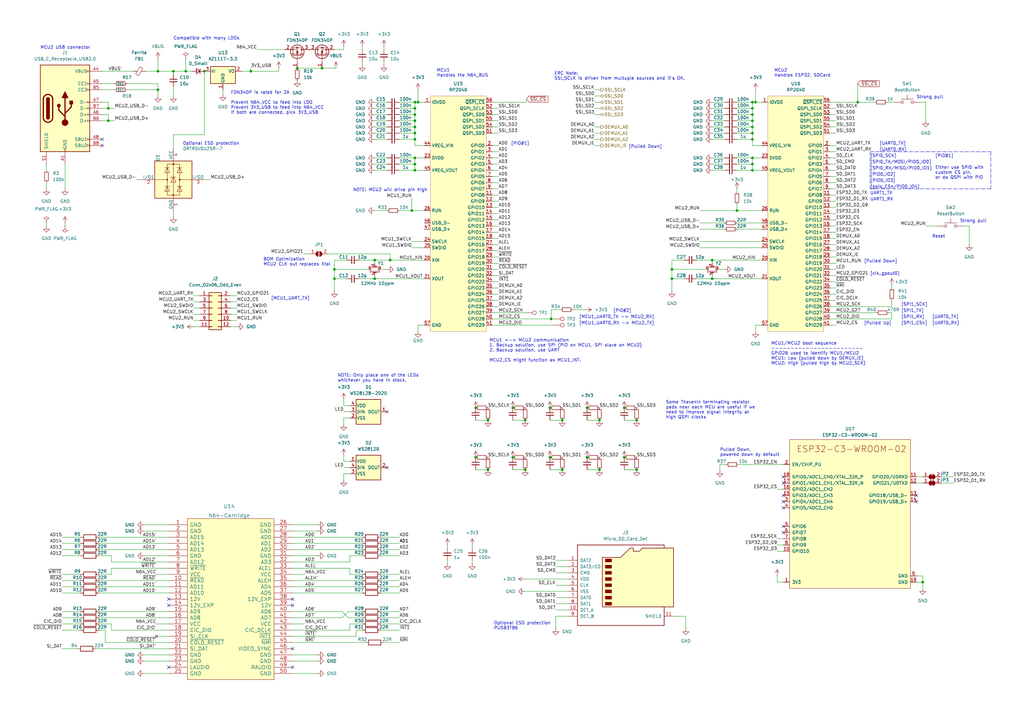
<source format=kicad_sch>
(kicad_sch (version 20211123) (generator eeschema)
  (paper "A3")
  (junction (at 351.79 41.91))
  (junction (at 256.032 167.259))
  (junction (at 308.61 54.61))
  (junction (at 225.552 167.259))
  (junction (at 170.18 67.31))
  (junction (at 210.312 187.579))
  (junction (at 102.87 29.21))
  (junction (at 378.46 238.76))
  (junction (at 245.872 172.339))
  (junction (at 230.632 172.339))
  (junction (at 170.18 52.07))
  (junction (at 170.18 69.85))
  (junction (at 261.112 172.339))
  (junction (at 308.61 57.15))
  (junction (at 195.072 167.259))
  (junction (at 215.392 192.659))
  (junction (at 170.18 41.91))
  (junction (at 308.61 52.07))
  (junction (at 215.392 172.339))
  (junction (at 137.16 114.3))
  (junction (at 230.632 192.659))
  (junction (at 76.2 29.21))
  (junction (at 308.61 67.31))
  (junction (at 153.67 114.3))
  (junction (at 308.61 69.85))
  (junction (at 83.82 29.21))
  (junction (at 308.61 44.45))
  (junction (at 275.59 114.3))
  (junction (at 132.08 27.94))
  (junction (at 160.02 106.68))
  (junction (at 256.032 187.579))
  (junction (at 195.072 187.579))
  (junction (at 275.59 110.49))
  (junction (at 308.61 49.53))
  (junction (at 292.1 114.3))
  (junction (at 308.61 64.77))
  (junction (at 44.45 44.45))
  (junction (at 170.18 64.77))
  (junction (at 137.16 110.49))
  (junction (at 170.18 44.45))
  (junction (at 71.12 29.21))
  (junction (at 226.06 130.81))
  (junction (at 302.26 86.36))
  (junction (at 292.1 106.68))
  (junction (at 64.77 36.83))
  (junction (at 200.152 172.339))
  (junction (at 153.67 106.68))
  (junction (at 64.77 29.21))
  (junction (at 309.88 41.91))
  (junction (at 308.61 46.99))
  (junction (at 170.18 46.99))
  (junction (at 121.92 27.94))
  (junction (at 170.18 49.53))
  (junction (at 171.45 41.91))
  (junction (at 170.18 57.15))
  (junction (at 44.45 49.53))
  (junction (at 240.792 167.259))
  (junction (at 308.61 41.91))
  (junction (at 261.112 192.659))
  (junction (at 170.18 54.61))
  (junction (at 240.792 187.579))
  (junction (at 225.552 187.579))
  (junction (at 168.91 86.36))
  (junction (at 200.152 192.659))
  (junction (at 245.872 192.659))
  (junction (at 210.312 167.259))
  (no_connect (at 158.75 168.91))
  (no_connect (at 41.91 57.15))
  (no_connect (at 375.92 203.2))
  (no_connect (at 41.91 59.69))
  (no_connect (at 321.31 218.44))
  (no_connect (at 69.215 245.745))
  (no_connect (at 64.135 260.985))
  (no_connect (at 321.31 195.58))
  (no_connect (at 321.31 198.12))
  (no_connect (at 69.215 248.285))
  (no_connect (at 120.015 273.685))
  (no_connect (at 69.215 273.685))
  (no_connect (at 321.31 215.9))
  (no_connect (at 321.31 205.74))
  (no_connect (at 375.92 205.74))
  (no_connect (at 120.015 245.745))
  (no_connect (at 158.75 191.77))
  (no_connect (at 321.31 208.28))
  (no_connect (at 321.31 203.2))
  (no_connect (at 120.015 266.065))
  (no_connect (at 120.015 248.285))
  (wire (pts (xy 295.275 193.04) (xy 295.275 190.5)))
  (wire (pts (xy 146.05 260.985) (xy 146.05 258.445)))
  (wire (pts (xy 227.965 232.41) (xy 233.045 232.41)))
  (wire (pts (xy 76.2 24.13) (xy 76.2 29.21)))
  (wire (pts (xy 201.93 92.71) (xy 204.47 92.71)))
  (wire (pts (xy 201.93 100.33) (xy 204.47 100.33)))
  (wire (pts (xy 170.18 69.85) (xy 173.99 69.85)))
  (wire (pts (xy 157.48 263.525) (xy 163.83 263.525)))
  (wire (pts (xy 25.4 255.905) (xy 33.02 255.905)))
  (wire (pts (xy 25.4 258.445) (xy 33.02 258.445)))
  (wire (pts (xy 94.615 128.905) (xy 97.155 128.905)))
  (wire (pts (xy 168.91 101.6) (xy 173.99 101.6)))
  (wire (pts (xy 105.41 20.32) (xy 116.84 20.32)))
  (wire (pts (xy 140.97 171.45) (xy 143.51 171.45)))
  (wire (pts (xy 170.18 54.61) (xy 170.18 57.15)))
  (wire (pts (xy 340.36 64.77) (xy 342.9 64.77)))
  (wire (pts (xy 140.335 253.365) (xy 142.875 250.825)))
  (wire (pts (xy 120.015 230.505) (xy 143.51 230.505)))
  (wire (pts (xy 375.92 195.58) (xy 378.46 195.58)))
  (wire (pts (xy 340.36 82.55) (xy 342.9 82.55)))
  (wire (pts (xy 227.965 250.19) (xy 233.045 250.19)))
  (wire (pts (xy 168.91 99.06) (xy 173.99 99.06)))
  (wire (pts (xy 308.61 41.91) (xy 309.88 41.91)))
  (wire (pts (xy 40.64 222.885) (xy 69.215 222.885)))
  (wire (pts (xy 308.61 44.45) (xy 308.61 46.99)))
  (wire (pts (xy 201.93 105.41) (xy 204.47 105.41)))
  (wire (pts (xy 302.26 86.36) (xy 312.42 86.36)))
  (wire (pts (xy 210.312 172.339) (xy 215.392 172.339)))
  (wire (pts (xy 226.06 130.81) (xy 226.06 127)))
  (wire (pts (xy 340.36 102.87) (xy 342.9 102.87)))
  (wire (pts (xy 365.76 125.73) (xy 365.76 123.19)))
  (wire (pts (xy 256.032 192.659) (xy 261.112 192.659)))
  (wire (pts (xy 153.67 114.3) (xy 153.67 113.03)))
  (wire (pts (xy 340.36 123.19) (xy 342.9 123.19)))
  (wire (pts (xy 201.93 113.03) (xy 204.47 113.03)))
  (wire (pts (xy 41.91 46.99) (xy 44.45 46.99)))
  (wire (pts (xy 59.055 268.605) (xy 69.215 268.605)))
  (wire (pts (xy 397.51 92.71) (xy 394.97 92.71)))
  (wire (pts (xy 340.36 74.93) (xy 342.9 74.93)))
  (wire (pts (xy 147.32 114.3) (xy 153.67 114.3)))
  (wire (pts (xy 19.05 67.31) (xy 19.05 69.85)))
  (wire (pts (xy 59.055 227.965) (xy 69.215 227.965)))
  (wire (pts (xy 163.83 44.45) (xy 170.18 44.45)))
  (wire (pts (xy 163.83 64.77) (xy 170.18 64.77)))
  (wire (pts (xy 137.16 110.49) (xy 151.13 110.49)))
  (wire (pts (xy 173.99 106.68) (xy 160.02 106.68)))
  (wire (pts (xy 81.915 133.985) (xy 79.375 133.985)))
  (wire (pts (xy 226.06 127) (xy 229.87 127)))
  (wire (pts (xy 120.015 263.525) (xy 149.86 263.525)))
  (wire (pts (xy 309.88 133.35) (xy 312.42 133.35)))
  (wire (pts (xy 308.61 52.07) (xy 308.61 54.61)))
  (wire (pts (xy 340.36 113.03) (xy 342.9 113.03)))
  (wire (pts (xy 140.97 20.32) (xy 137.16 20.32)))
  (wire (pts (xy 201.93 82.55) (xy 204.47 82.55)))
  (wire (pts (xy 163.83 49.53) (xy 170.18 49.53)))
  (wire (pts (xy 364.49 128.27) (xy 365.76 128.27)))
  (wire (pts (xy 340.36 44.45) (xy 342.9 44.45)))
  (wire (pts (xy 340.36 49.53) (xy 342.9 49.53)))
  (wire (pts (xy 120.015 227.965) (xy 130.175 227.965)))
  (wire (pts (xy 163.83 57.15) (xy 170.18 57.15)))
  (wire (pts (xy 195.072 192.659) (xy 200.152 192.659)))
  (wire (pts (xy 156.21 255.905) (xy 163.83 255.905)))
  (wire (pts (xy 340.36 95.25) (xy 342.9 95.25)))
  (wire (pts (xy 379.73 92.71) (xy 384.81 92.71)))
  (wire (pts (xy 140.97 194.31) (xy 143.51 194.31)))
  (wire (pts (xy 256.032 172.339) (xy 261.112 172.339)))
  (wire (pts (xy 55.88 73.66) (xy 58.42 73.66)))
  (wire (pts (xy 163.83 86.36) (xy 168.91 86.36)))
  (wire (pts (xy 171.45 41.91) (xy 173.99 41.91)))
  (wire (pts (xy 140.97 173.99) (xy 140.97 171.45)))
  (wire (pts (xy 302.26 64.77) (xy 308.61 64.77)))
  (wire (pts (xy 140.97 168.91) (xy 143.51 168.91)))
  (wire (pts (xy 340.36 87.63) (xy 342.9 87.63)))
  (wire (pts (xy 148.59 25.4) (xy 148.59 26.67)))
  (wire (pts (xy 234.95 127) (xy 240.03 127)))
  (wire (pts (xy 94.615 133.985) (xy 97.155 133.985)))
  (wire (pts (xy 365.76 116.84) (xy 365.76 118.11)))
  (wire (pts (xy 25.4 250.825) (xy 33.02 250.825)))
  (wire (pts (xy 201.93 72.39) (xy 204.47 72.39)))
  (wire (pts (xy 318.77 220.98) (xy 321.31 220.98)))
  (wire (pts (xy 163.83 67.31) (xy 170.18 67.31)))
  (wire (pts (xy 287.02 101.6) (xy 312.42 101.6)))
  (wire (pts (xy 120.015 250.825) (xy 140.335 250.825)))
  (wire (pts (xy 281.305 257.81) (xy 281.305 252.73)))
  (wire (pts (xy 340.36 59.69) (xy 342.9 59.69)))
  (wire (pts (xy 302.26 67.31) (xy 308.61 67.31)))
  (wire (pts (xy 45.72 230.505) (xy 45.72 227.965)))
  (wire (pts (xy 40.64 258.445) (xy 43.18 258.445)))
  (wire (pts (xy 340.36 72.39) (xy 342.9 72.39)))
  (polyline (pts (xy 356.87 62.23) (xy 406.4 62.23)))
  (wire (pts (xy 120.015 243.205) (xy 148.59 243.205)))
  (wire (pts (xy 201.93 107.95) (xy 204.47 107.95)))
  (wire (pts (xy 153.67 46.99) (xy 158.75 46.99)))
  (wire (pts (xy 143.51 233.045) (xy 143.51 235.585)))
  (wire (pts (xy 201.93 123.19) (xy 204.47 123.19)))
  (wire (pts (xy 308.61 57.15) (xy 308.61 59.69)))
  (wire (pts (xy 156.21 253.365) (xy 163.83 253.365)))
  (wire (pts (xy 226.06 130.81) (xy 227.33 130.81)))
  (wire (pts (xy 160.02 106.68) (xy 153.67 106.68)))
  (wire (pts (xy 243.84 36.83) (xy 246.38 36.83)))
  (wire (pts (xy 142.875 250.825) (xy 148.59 250.825)))
  (wire (pts (xy 40.64 240.665) (xy 69.215 240.665)))
  (wire (pts (xy 292.1 46.99) (xy 297.18 46.99)))
  (wire (pts (xy 201.93 77.47) (xy 204.47 77.47)))
  (wire (pts (xy 120.015 215.265) (xy 130.175 215.265)))
  (wire (pts (xy 201.93 49.53) (xy 204.47 49.53)))
  (wire (pts (xy 153.67 106.68) (xy 153.67 107.95)))
  (wire (pts (xy 153.67 49.53) (xy 158.75 49.53)))
  (wire (pts (xy 83.82 73.66) (xy 86.36 73.66)))
  (wire (pts (xy 64.135 235.585) (xy 69.215 235.585)))
  (wire (pts (xy 170.18 59.69) (xy 173.99 59.69)))
  (wire (pts (xy 227.965 252.73) (xy 233.045 252.73)))
  (wire (pts (xy 156.21 110.49) (xy 158.75 110.49)))
  (wire (pts (xy 302.26 46.99) (xy 308.61 46.99)))
  (wire (pts (xy 275.59 114.3) (xy 280.67 114.3)))
  (wire (pts (xy 170.18 49.53) (xy 170.18 52.07)))
  (wire (pts (xy 201.93 67.31) (xy 204.47 67.31)))
  (wire (pts (xy 340.36 67.31) (xy 342.9 67.31)))
  (wire (pts (xy 308.61 69.85) (xy 312.42 69.85)))
  (wire (pts (xy 156.21 225.425) (xy 163.83 225.425)))
  (wire (pts (xy 153.67 44.45) (xy 158.75 44.45)))
  (wire (pts (xy 137.16 110.49) (xy 137.16 114.3)))
  (wire (pts (xy 302.26 49.53) (xy 308.61 49.53)))
  (wire (pts (xy 64.77 24.13) (xy 64.77 29.21)))
  (wire (pts (xy 120.015 217.805) (xy 130.175 217.805)))
  (wire (pts (xy 379.73 41.91) (xy 377.19 41.91)))
  (wire (pts (xy 120.015 255.905) (xy 125.095 255.905)))
  (wire (pts (xy 201.93 64.77) (xy 204.47 64.77)))
  (wire (pts (xy 318.77 200.66) (xy 321.31 200.66)))
  (wire (pts (xy 201.93 87.63) (xy 204.47 87.63)))
  (wire (pts (xy 215.265 242.57) (xy 233.045 242.57)))
  (wire (pts (xy 153.67 52.07) (xy 158.75 52.07)))
  (wire (pts (xy 170.18 41.91) (xy 171.45 41.91)))
  (polyline (pts (xy 406.4 62.23) (xy 406.4 77.47)))
  (wire (pts (xy 227.965 252.73) (xy 227.965 257.81)))
  (wire (pts (xy 64.77 36.83) (xy 64.77 34.29)))
  (wire (pts (xy 243.84 54.61) (xy 246.38 54.61)))
  (wire (pts (xy 120.015 271.145) (xy 130.175 271.145)))
  (wire (pts (xy 153.67 69.85) (xy 158.75 69.85)))
  (wire (pts (xy 153.67 86.36) (xy 158.75 86.36)))
  (wire (pts (xy 99.06 29.21) (xy 102.87 29.21)))
  (wire (pts (xy 137.16 114.3) (xy 137.16 119.38)))
  (wire (pts (xy 120.015 235.585) (xy 125.095 235.585)))
  (wire (pts (xy 143.51 258.445) (xy 143.51 255.905)))
  (wire (pts (xy 156.21 227.965) (xy 163.83 227.965)))
  (wire (pts (xy 45.72 235.585) (xy 45.72 233.045)))
  (wire (pts (xy 215.265 237.49) (xy 233.045 237.49)))
  (wire (pts (xy 71.12 35.56) (xy 71.12 39.37)))
  (wire (pts (xy 140.97 191.77) (xy 143.51 191.77)))
  (wire (pts (xy 163.83 46.99) (xy 170.18 46.99)))
  (wire (pts (xy 40.64 250.825) (xy 69.215 250.825)))
  (wire (pts (xy 59.055 271.145) (xy 69.215 271.145)))
  (wire (pts (xy 41.91 44.45) (xy 44.45 44.45)))
  (wire (pts (xy 292.1 64.77) (xy 297.18 64.77)))
  (wire (pts (xy 59.055 215.265) (xy 69.215 215.265)))
  (wire (pts (xy 19.05 74.93) (xy 19.05 77.47)))
  (wire (pts (xy 153.67 57.15) (xy 158.75 57.15)))
  (wire (pts (xy 302.26 57.15) (xy 308.61 57.15)))
  (wire (pts (xy 351.79 34.29) (xy 351.79 41.91)))
  (wire (pts (xy 275.59 114.3) (xy 275.59 110.49)))
  (wire (pts (xy 170.18 64.77) (xy 173.99 64.77)))
  (wire (pts (xy 292.1 67.31) (xy 297.18 67.31)))
  (wire (pts (xy 19.05 91.44) (xy 19.05 92.71)))
  (wire (pts (xy 40.64 238.125) (xy 69.215 238.125)))
  (wire (pts (xy 215.9 41.91) (xy 215.9 40.64)))
  (wire (pts (xy 227.965 240.03) (xy 233.045 240.03)))
  (wire (pts (xy 81.915 131.445) (xy 79.375 131.445)))
  (wire (pts (xy 25.4 227.965) (xy 33.02 227.965)))
  (wire (pts (xy 225.552 192.659) (xy 230.632 192.659)))
  (wire (pts (xy 201.93 44.45) (xy 204.47 44.45)))
  (wire (pts (xy 40.64 225.425) (xy 69.215 225.425)))
  (wire (pts (xy 170.18 57.15) (xy 170.18 59.69)))
  (wire (pts (xy 195.072 172.339) (xy 200.152 172.339)))
  (wire (pts (xy 240.792 192.659) (xy 245.872 192.659)))
  (wire (pts (xy 137.16 106.68) (xy 137.16 110.49)))
  (wire (pts (xy 25.4 225.425) (xy 33.02 225.425)))
  (wire (pts (xy 287.02 86.36) (xy 302.26 86.36)))
  (wire (pts (xy 302.895 190.5) (xy 321.31 190.5)))
  (wire (pts (xy 285.75 106.68) (xy 292.1 106.68)))
  (wire (pts (xy 140.97 189.23) (xy 143.51 189.23)))
  (wire (pts (xy 83.82 29.21) (xy 83.82 55.245)))
  (wire (pts (xy 227.965 234.95) (xy 233.045 234.95)))
  (wire (pts (xy 39.37 266.065) (xy 69.215 266.065)))
  (wire (pts (xy 44.45 44.45) (xy 46.99 44.45)))
  (wire (pts (xy 201.93 41.91) (xy 215.9 41.91)))
  (wire (pts (xy 153.67 41.91) (xy 158.75 41.91)))
  (wire (pts (xy 94.615 131.445) (xy 97.155 131.445)))
  (wire (pts (xy 340.36 54.61) (xy 342.9 54.61)))
  (wire (pts (xy 120.015 222.885) (xy 148.59 222.885)))
  (wire (pts (xy 41.91 36.83) (xy 46.99 36.83)))
  (wire (pts (xy 201.93 118.11) (xy 204.47 118.11)))
  (wire (pts (xy 340.36 125.73) (xy 365.76 125.73)))
  (wire (pts (xy 45.72 230.505) (xy 69.215 230.505)))
  (wire (pts (xy 243.84 57.15) (xy 246.38 57.15)))
  (wire (pts (xy 386.08 195.58) (xy 391.16 195.58)))
  (wire (pts (xy 143.51 230.505) (xy 143.51 227.965)))
  (wire (pts (xy 25.4 235.585) (xy 33.02 235.585)))
  (wire (pts (xy 137.16 106.68) (xy 142.24 106.68)))
  (wire (pts (xy 163.83 54.61) (xy 170.18 54.61)))
  (wire (pts (xy 71.12 29.21) (xy 76.2 29.21)))
  (wire (pts (xy 275.59 119.38) (xy 275.59 114.3)))
  (wire (pts (xy 201.93 110.49) (xy 204.47 110.49)))
  (wire (pts (xy 170.18 44.45) (xy 170.18 46.99)))
  (wire (pts (xy 41.91 34.29) (xy 46.99 34.29)))
  (wire (pts (xy 140.97 163.83) (xy 140.97 166.37)))
  (wire (pts (xy 227.965 229.87) (xy 233.045 229.87)))
  (wire (pts (xy 156.21 235.585) (xy 163.83 235.585)))
  (wire (pts (xy 153.67 67.31) (xy 158.75 67.31)))
  (wire (pts (xy 292.1 49.53) (xy 297.18 49.53)))
  (wire (pts (xy 143.51 235.585) (xy 148.59 235.585)))
  (wire (pts (xy 156.21 258.445) (xy 163.83 258.445)))
  (wire (pts (xy 201.93 97.79) (xy 204.47 97.79)))
  (wire (pts (xy 294.64 110.49) (xy 297.18 110.49)))
  (wire (pts (xy 44.45 46.99) (xy 44.45 49.53)))
  (wire (pts (xy 26.67 91.44) (xy 26.67 92.71)))
  (wire (pts (xy 201.93 133.35) (xy 227.33 133.35)))
  (wire (pts (xy 287.02 91.44) (xy 297.18 91.44)))
  (wire (pts (xy 120.015 225.425) (xy 148.59 225.425)))
  (wire (pts (xy 363.855 41.91) (xy 367.03 41.91)))
  (wire (pts (xy 40.64 253.365) (xy 69.215 253.365)))
  (wire (pts (xy 25.4 222.885) (xy 33.02 222.885)))
  (wire (pts (xy 318.77 226.06) (xy 321.31 226.06)))
  (wire (pts (xy 64.135 260.985) (xy 69.215 260.985)))
  (wire (pts (xy 302.26 52.07) (xy 308.61 52.07)))
  (wire (pts (xy 201.93 115.57) (xy 204.47 115.57)))
  (wire (pts (xy 45.72 255.905) (xy 40.64 255.905)))
  (wire (pts (xy 45.72 233.045) (xy 69.215 233.045)))
  (wire (pts (xy 64.77 39.37) (xy 64.77 36.83)))
  (wire (pts (xy 340.36 97.79) (xy 342.9 97.79)))
  (wire (pts (xy 302.26 44.45) (xy 308.61 44.45)))
  (wire (pts (xy 201.93 54.61) (xy 204.47 54.61)))
  (wire (pts (xy 340.36 77.47) (xy 342.9 77.47)))
  (wire (pts (xy 275.59 110.49) (xy 289.56 110.49)))
  (wire (pts (xy 153.67 54.61) (xy 158.75 54.61)))
  (wire (pts (xy 40.64 220.345) (xy 69.215 220.345)))
  (wire (pts (xy 292.1 44.45) (xy 297.18 44.45)))
  (wire (pts (xy 134.62 104.14) (xy 160.02 104.14)))
  (wire (pts (xy 378.46 241.3) (xy 378.46 238.76)))
  (wire (pts (xy 114.3 27.94) (xy 114.3 29.21)))
  (wire (pts (xy 44.45 41.91) (xy 44.45 44.45)))
  (wire (pts (xy 183.515 229.87) (xy 183.515 231.14)))
  (wire (pts (xy 26.67 67.31) (xy 26.67 77.47)))
  (wire (pts (xy 59.055 276.225) (xy 69.215 276.225)))
  (wire (pts (xy 140.97 196.85) (xy 140.97 194.31)))
  (wire (pts (xy 201.93 59.69) (xy 204.47 59.69)))
  (wire (pts (xy 308.61 67.31) (xy 308.61 69.85)))
  (wire (pts (xy 156.21 222.885) (xy 163.83 222.885)))
  (wire (pts (xy 340.36 69.85) (xy 342.9 69.85)))
  (wire (pts (xy 397.51 92.71) (xy 397.51 100.33)))
  (wire (pts (xy 308.61 41.91) (xy 308.61 44.45)))
  (wire (pts (xy 243.84 52.07) (xy 246.38 52.07)))
  (wire (pts (xy 340.36 41.91) (xy 351.79 41.91)))
  (wire (pts (xy 227.965 245.11) (xy 233.045 245.11)))
  (wire (pts (xy 168.91 86.36) (xy 173.99 86.36)))
  (wire (pts (xy 156.21 220.345) (xy 163.83 220.345)))
  (wire (pts (xy 120.015 238.125) (xy 148.59 238.125)))
  (wire (pts (xy 308.61 59.69) (xy 312.42 59.69)))
  (wire (pts (xy 102.87 27.94) (xy 102.87 29.21)))
  (wire (pts (xy 52.07 36.83) (xy 64.77 36.83)))
  (wire (pts (xy 340.36 92.71) (xy 342.9 92.71)))
  (wire (pts (xy 240.792 172.339) (xy 245.872 172.339)))
  (wire (pts (xy 295.275 190.5) (xy 297.815 190.5)))
  (wire (pts (xy 287.02 93.98) (xy 297.18 93.98)))
  (wire (pts (xy 120.015 276.225) (xy 130.175 276.225)))
  (wire (pts (xy 146.05 258.445) (xy 148.59 258.445)))
  (wire (pts (xy 292.1 54.61) (xy 297.18 54.61)))
  (wire (pts (xy 292.1 106.68) (xy 292.1 107.95)))
  (wire (pts (xy 120.015 233.045) (xy 143.51 233.045)))
  (wire (pts (xy 163.83 52.07) (xy 170.18 52.07)))
  (wire (pts (xy 193.675 223.52) (xy 193.675 224.79)))
  (wire (pts (xy 312.42 106.68) (xy 292.1 106.68)))
  (wire (pts (xy 351.79 41.91) (xy 358.775 41.91)))
  (wire (pts (xy 309.88 135.89) (xy 309.88 133.35)))
  (wire (pts (xy 201.93 95.25) (xy 204.47 95.25)))
  (wire (pts (xy 156.21 250.825) (xy 163.83 250.825)))
  (wire (pts (xy 41.91 29.21) (xy 54.61 29.21)))
  (wire (pts (xy 81.915 126.365) (xy 79.375 126.365)))
  (wire (pts (xy 243.84 59.69) (xy 246.38 59.69)))
  (wire (pts (xy 163.83 69.85) (xy 170.18 69.85)))
  (wire (pts (xy 156.21 238.125) (xy 163.83 238.125)))
  (wire (pts (xy 340.36 85.09) (xy 342.9 85.09)))
  (wire (pts (xy 201.93 85.09) (xy 204.47 85.09)))
  (wire (pts (xy 137.16 114.3) (xy 142.24 114.3)))
  (wire (pts (xy 120.015 220.345) (xy 148.59 220.345)))
  (wire (pts (xy 275.59 110.49) (xy 275.59 106.68)))
  (wire (pts (xy 43.18 263.525) (xy 69.215 263.525)))
  (wire (pts (xy 309.88 36.83) (xy 309.88 41.91)))
  (wire (pts (xy 120.015 240.665) (xy 148.59 240.665)))
  (wire (pts (xy 94.615 126.365) (xy 97.155 126.365)))
  (wire (pts (xy 143.51 255.905) (xy 148.59 255.905)))
  (wire (pts (xy 243.84 44.45) (xy 246.38 44.45)))
  (wire (pts (xy 183.515 223.52) (xy 183.515 224.79)))
  (wire (pts (xy 302.26 93.98) (xy 312.42 93.98)))
  (wire (pts (xy 318.77 238.76) (xy 321.31 238.76)))
  (wire (pts (xy 243.84 46.99) (xy 246.38 46.99)))
  (wire (pts (xy 292.1 41.91) (xy 297.18 41.91)))
  (wire (pts (xy 340.36 100.33) (xy 342.9 100.33)))
  (wire (pts (xy 302.26 83.82) (xy 302.26 86.36)))
  (wire (pts (xy 302.26 54.61) (xy 308.61 54.61)))
  (wire (pts (xy 201.93 46.99) (xy 204.47 46.99)))
  (wire (pts (xy 292.1 57.15) (xy 297.18 57.15)))
  (wire (pts (xy 157.48 19.05) (xy 157.48 20.32)))
  (wire (pts (xy 170.18 64.77) (xy 170.18 67.31)))
  (wire (pts (xy 318.77 223.52) (xy 321.31 223.52)))
  (wire (pts (xy 302.26 91.44) (xy 312.42 91.44)))
  (wire (pts (xy 243.84 41.91) (xy 246.38 41.91)))
  (wire (pts (xy 44.45 49.53) (xy 46.99 49.53)))
  (wire (pts (xy 170.18 52.07) (xy 170.18 54.61)))
  (wire (pts (xy 201.93 52.07) (xy 204.47 52.07)))
  (wire (pts (xy 340.36 133.35) (xy 342.9 133.35)))
  (wire (pts (xy 340.36 46.99) (xy 342.9 46.99)))
  (wire (pts (xy 81.915 128.905) (xy 79.375 128.905)))
  (wire (pts (xy 71.12 86.36) (xy 71.12 88.9)))
  (wire (pts (xy 64.77 29.21) (xy 71.12 29.21)))
  (wire (pts (xy 52.07 34.29) (xy 64.77 34.29)))
  (wire (pts (xy 25.4 220.345) (xy 33.02 220.345)))
  (wire (pts (xy 302.26 77.47) (xy 302.26 78.74)))
  (wire (pts (xy 41.91 41.91) (xy 44.45 41.91)))
  (wire (pts (xy 340.36 52.07) (xy 342.9 52.07)))
  (wire (pts (xy 340.36 115.57) (xy 342.9 115.57)))
  (wire (pts (xy 292.1 69.85) (xy 297.18 69.85)))
  (wire (pts (xy 379.73 41.91) (xy 379.73 49.53)))
  (wire (pts (xy 302.26 41.91) (xy 308.61 41.91)))
  (wire (pts (xy 340.36 105.41) (xy 342.9 105.41)))
  (wire (pts (xy 140.97 19.05) (xy 140.97 20.32)))
  (wire (pts (xy 201.93 128.27) (xy 215.9 128.27)))
  (wire (pts (xy 340.36 128.27) (xy 359.41 128.27)))
  (wire (pts (xy 160.02 104.14) (xy 160.02 106.68)))
  (wire (pts (xy 193.675 229.87) (xy 193.675 231.14)))
  (wire (pts (xy 25.4 253.365) (xy 33.02 253.365)))
  (wire (pts (xy 45.72 227.965) (xy 40.64 227.965)))
  (wire (pts (xy 201.93 120.65) (xy 204.47 120.65)))
  (wire (pts (xy 308.61 49.53) (xy 308.61 52.07)))
  (wire (pts (xy 340.36 62.23) (xy 342.9 62.23)))
  (wire (pts (xy 201.93 74.93) (xy 204.47 74.93)))
  (wire (pts (xy 120.015 268.605) (xy 130.175 268.605)))
  (wire (pts (xy 140.97 186.69) (xy 140.97 189.23)))
  (wire (pts (xy 171.45 135.89) (xy 171.45 133.35)))
  (wire (pts (xy 91.44 36.83) (xy 91.44 38.735)))
  (wire (pts (xy 171.45 36.83) (xy 171.45 41.91)))
  (wire (pts (xy 156.21 240.665) (xy 163.83 240.665)))
  (wire (pts (xy 170.18 41.91) (xy 170.18 44.45)))
  (wire (pts (xy 309.88 41.91) (xy 312.42 41.91)))
  (wire (pts (xy 140.335 250.825) (xy 142.875 253.365)))
  (wire (pts (xy 340.36 110.49) (xy 342.9 110.49)))
  (wire (pts (xy 168.91 81.28) (xy 168.91 86.36)))
  (wire (pts (xy 170.18 46.99) (xy 170.18 49.53)))
  (wire (pts (xy 170.18 67.31) (xy 170.18 69.85)))
  (wire (pts (xy 94.615 123.825) (xy 97.155 123.825)))
  (wire (pts (xy 25.4 240.665) (xy 33.02 240.665)))
  (wire (pts (xy 225.552 172.339) (xy 230.632 172.339)))
  (wire (pts (xy 64.135 255.905) (xy 69.215 255.905)))
  (wire (pts (xy 201.93 90.17) (xy 204.47 90.17)))
  (wire (pts (xy 308.61 46.99) (xy 308.61 49.53)))
  (polyline (pts (xy 356.87 62.23) (xy 356.87 77.47)))
  (wire (pts (xy 340.36 107.95) (xy 342.9 107.95)))
  (wire (pts (xy 81.915 123.825) (xy 79.375 123.825)))
  (wire (pts (xy 210.312 192.659) (xy 215.392 192.659)))
  (wire (pts (xy 308.61 54.61) (xy 308.61 57.15)))
  (wire (pts (xy 378.46 238.76) (xy 378.46 236.22)))
  (wire (pts (xy 375.92 236.22) (xy 378.46 236.22)))
  (wire (pts (xy 201.93 130.81) (xy 226.06 130.81)))
  (wire (pts (xy 340.36 80.01) (xy 342.9 80.01)))
  (wire (pts (xy 71.12 55.245) (xy 83.82 55.245)))
  (wire (pts (xy 25.4 266.065) (xy 31.75 266.065)))
  (wire (pts (xy 71.12 29.21) (xy 71.12 30.48)))
  (wire (pts (xy 120.015 260.985) (xy 146.05 260.985)))
  (wire (pts (xy 318.77 236.22) (xy 318.77 238.76)))
  (wire (pts (xy 59.69 29.21) (xy 64.77 29.21)))
  (wire (pts (xy 132.08 27.94) (xy 137.795 27.94)))
  (wire (pts (xy 292.1 114.3) (xy 292.1 113.03)))
  (wire (pts (xy 312.42 114.3) (xy 292.1 114.3)))
  (wire (pts (xy 287.02 99.06) (xy 312.42 99.06)))
  (wire (pts (xy 157.48 25.4) (xy 157.48 26.67)))
  (wire (pts (xy 148.59 19.05) (xy 148.59 20.32)))
  (wire (pts (xy 340.36 130.81) (xy 365.76 130.81)))
  (wire (pts (xy 94.615 121.285) (xy 97.155 121.285)))
  (wire (pts (xy 147.32 106.68) (xy 153.67 106.68)))
  (wire (pts (xy 201.93 69.85) (xy 204.47 69.85)))
  (wire (pts (xy 41.91 49.53) (xy 44.45 49.53)))
  (wire (pts (xy 340.36 118.11) (xy 342.9 118.11)))
  (wire (pts (xy 25.4 238.125) (xy 33.02 238.125)))
  (wire (pts (xy 43.18 258.445) (xy 43.18 263.525)))
  (wire (pts (xy 375.92 198.12) (xy 378.46 198.12)))
  (wire (pts (xy 201.93 62.23) (xy 204.47 62.23)))
  (wire (pts (xy 201.93 80.01) (xy 204.47 80.01)))
  (wire (pts (xy 163.83 41.91) (xy 170.18 41.91)))
  (wire (pts (xy 120.015 253.365) (xy 140.335 253.365)))
  (wire (pts (xy 102.87 29.21) (xy 114.3 29.21)))
  (wire (pts (xy 201.93 102.87) (xy 204.47 102.87)))
  (wire (pts (xy 308.61 64.77) (xy 308.61 67.31)))
  (wire (pts (xy 292.1 52.07) (xy 297.18 52.07)))
  (wire (pts (xy 25.4 243.205) (xy 33.02 243.205)))
  (wire (pts (xy 201.93 125.73) (xy 204.47 125.73)))
  (wire (pts (xy 281.305 252.73) (xy 276.225 252.73)))
  (wire (pts (xy 81.915 121.285) (xy 79.375 121.285)))
  (wire (pts (xy 143.51 227.965) (xy 148.59 227.965)))
  (wire (pts (xy 173.99 114.3) (xy 153.67 114.3)))
  (wire (pts (xy 171.45 133.35) (xy 173.99 133.35)))
  (wire (pts (xy 71.12 55.245) (xy 71.12 60.96)))
  (wire (pts (xy 386.08 198.12) (xy 391.16 198.12)))
  (wire (pts (xy 340.36 120.65) (xy 342.9 120.65)))
  (wire (pts (xy 275.59 106.68) (xy 280.67 106.68)))
  (wire (pts (xy 121.92 27.94) (xy 132.08 27.94)))
  (wire (pts (xy 124.46 104.14) (xy 127 104.14)))
  (wire (pts (xy 120.015 258.445) (xy 143.51 258.445)))
  (wire (pts (xy 308.61 64.77) (xy 312.42 64.77)))
  (wire (pts (xy 142.875 253.365) (xy 148.59 253.365)))
  (wire (pts (xy 340.36 90.17) (xy 342.9 90.17)))
  (polyline (pts (xy 406.4 77.47) (xy 356.87 77.47)))
  (wire (pts (xy 375.92 238.76) (xy 378.46 238.76)))
  (wire (pts (xy 140.97 166.37) (xy 143.51 166.37)))
  (wire (pts (xy 153.67 64.77) (xy 158.75 64.77)))
  (wire (pts (xy 40.64 243.205) (xy 69.215 243.205)))
  (wire (pts (xy 285.75 114.3) (xy 292.1 114.3)))
  (wire (pts (xy 45.72 258.445) (xy 45.72 255.905)))
  (wire (pts (xy 156.21 243.205) (xy 163.83 243.205)))
  (wire (pts (xy 40.64 235.585) (xy 45.72 235.585)))
  (wire (pts (xy 59.055 217.805) (xy 69.215 217.805)))
  (wire (pts (xy 243.84 39.37) (xy 246.38 39.37)))
  (wire (pts (xy 365.76 128.27) (xy 365.76 130.81)))
  (wire (pts (xy 302.26 69.85) (xy 308.61 69.85)))
  (wire (pts (xy 45.72 258.445) (xy 69.215 258.445)))
  (wire (pts (xy 227.965 247.65) (xy 233.045 247.65)))
  (wire (pts (xy 76.2 29.21) (xy 78.74 29.21)))
  (text "[UART0_TX]" (at 382.27 130.81 0) (effects (font (size 1.27 1.27)) (justify left bottom)))
  (text "[PIO0_IO2]" (at 356.87 72.39 0) (effects (font (size 1.27 1.27)) (justify left bottom)))
  (text "[Pulled Up]" (at 354.33 133.35 0) (effects (font (size 1.27 1.27)) (justify left bottom)))
  (text "[clk_gpout0]" (at 356.87 113.03 0) (effects (font (size 1.27 1.27)) (justify left bottom)))
  (text "UART1_TX" (at 356.87 80.01 0) (effects (font (size 1.27 1.27)) (justify left bottom)))
  (text "[MCU1_UART0_RX -> MCU2_TX]" (at 237.49 133.35 0) (effects (font (size 1.27 1.27)) (justify left bottom)))
  (text "NOTE: MCU2 will drive pin high" (at 144.78 78.74 0) (effects (font (size 1.27 1.27)) (justify left bottom)))
  (text "[Pulled Down]" (at 354.33 107.95 0) (effects (font (size 1.27 1.27)) (justify left bottom)))
  (text "[Pulled Down]" (at 257.81 60.96 0) (effects (font (size 1.27 1.27)) (justify left bottom)))
  (text "Strong pull" (at 375.92 40.64 0) (effects (font (size 1.27 1.27)) (justify left bottom)))
  (text "[UART0_RX]" (at 382.27 133.35 0) (effects (font (size 1.27 1.27)) (justify left bottom)))
  (text "MCU2\nHandles ESP32, SDCard" (at 317.5 31.75 0) (effects (font (size 1.27 1.27)) (justify left bottom)))
  (text "FDN340P is rated for 2A\n\nPrevent N64_VCC to feed into LDO\nPrevent 3V3_USB to feed into N64_VCC\nIf both are connected, pick 3V3_USB\n" (at 94.615 46.99 0) (effects (font (size 1.27 1.27)) (justify left bottom)))
  (text "Optional ESD protection\nPUSB3TB6" (at 202.565 258.445 0) (effects (font (size 1.27 1.27)) (justify left bottom)))
  (text "NOTE: Only place one of the LEDs\nwhichever you have in stock." (at 138.43 156.845 0) (effects (font (size 1.27 1.27)) (justify left bottom)))
  (text "[PIO#1]" (at 383.54 64.77 0) (effects (font (size 1.27 1.27)) (justify left bottom)))
  (text "Compatible with many LDOs" (at 71.12 16.51 0) (effects (font (size 1.27 1.27)) (justify left bottom)))
  (text "UART1_RX" (at 356.87 82.55 0) (effects (font (size 1.27 1.27)) (justify left bottom)))
  (text "BOM Optimization\nMCU2 CLK out replaces Xtal" (at 107.95 109.22 0) (effects (font (size 1.27 1.27)) (justify left bottom)))
  (text "Some Thevenin terminating resistor\npads near each MCU are useful if we\nneed to improve signal integrity at\nhigh QSPI clocks" (at 273.05 171.958 0) (effects (font (size 1.27 1.27)) (justify left bottom)))
  (text "[SPI1_SCK]" (at 369.57 125.73 0) (effects (font (size 1.27 1.27)) (justify left bottom)))
  (text "[SPI0_TX/MOSI/PIO0_IO0]" (at 356.87 67.31 0) (effects (font (size 1.27 1.27)) (justify left bottom)))
  (text "MCU1/MCU2 boot sequence\n------------------------\nGPIO26 used to identify MCU1/MCU2\nMCU1: Low (pulled down by DEMUX_IE)\nMCU2: High (pulled high by MCU2_SCK)" (at 316.23 149.86 0) (effects (font (size 1.27 1.27)) (justify left bottom)))
  (text "[PIO#1]" (at 209.55 59.69 0) (effects (font (size 1.27 1.27)) (justify left bottom)))
  (text "[SPI0_SCK]" (at 356.87 64.77 0) (effects (font (size 1.27 1.27)) (justify left bottom)))
  (text "[UART0_TX]" (at 360.68 59.69 0) (effects (font (size 1.27 1.27)) (justify left bottom)))
  (text "Either use SPI0 with\ncustom CS pin,\nor do QSPI with PIO" (at 383.54 73.66 0) (effects (font (size 1.27 1.27)) (justify left bottom)))
  (text "[MCU1_UART_TX]" (at 111.125 123.19 0) (effects (font (size 1.27 1.27)) (justify left bottom)))
  (text "[SPI1_TX]" (at 369.57 128.27 0) (effects (font (size 1.27 1.27)) (justify left bottom)))
  (text "Strong pull" (at 393.7 91.44 0) (effects (font (size 1.27 1.27)) (justify left bottom)))
  (text "[MCU1_UART0_TX -> MCU2_RX]" (at 237.49 130.81 0) (effects (font (size 1.27 1.27)) (justify left bottom)))
  (text "[SPI1_RX]" (at 369.57 130.81 0) (effects (font (size 1.27 1.27)) (justify left bottom)))
  (text "ERC Note:\nSSI_SCLK is driven from multuple sources and it's OK." (at 227.33 33.02 0) (effects (font (size 1.27 1.27)) (justify left bottom)))
  (text "[UART0_RX]" (at 360.68 62.23 0) (effects (font (size 1.27 1.27)) (justify left bottom)))
  (text "MCU2 USB connector" (at 16.51 20.32 0) (effects (font (size 1.27 1.27)) (justify left bottom)))
  (text "[PIO0_IO3]" (at 356.87 74.93 0) (effects (font (size 1.27 1.27)) (justify left bottom)))
  (text "[PIO#2]" (at 251.46 128.27 0) (effects (font (size 1.27 1.27)) (justify left bottom)))
  (text "Optional ESD protection" (at 74.93 59.69 0) (effects (font (size 1.27 1.27)) (justify left bottom)))
  (text "MCU1 <-> MCU2 communication\n1. Backup solution, use SPI (PIO on MCU1, SPI slave on MCU2)\n2. Backup solution, use UART\n\nMCU2_CS might function as MCU1_INT." (at 200.66 148.59 0) (effects (font (size 1.27 1.27)) (justify left bottom)))
  (text "Reset\n" (at 382.27 97.79 0) (effects (font (size 1.27 1.27)) (justify left bottom)))
  (text "[SPI0_RX/MISO/PIO0_IO1]" (at 356.87 69.85 0) (effects (font (size 1.27 1.27)) (justify left bottom)))
  (text "Pulled Down, \npowered down by default" (at 295.275 187.325 0) (effects (font (size 1.27 1.27)) (justify left bottom)))
  (text "MCU1\nHandles the N64_BUS" (at 179.07 31.75 0) (effects (font (size 1.27 1.27)) (justify left bottom)))
  (text "[gpio_CSn/PIO0_IO4]" (at 356.87 77.47 0) (effects (font (size 1.27 1.27)) (justify left bottom)))
  (text "[SPI1_CSn]" (at 369.57 133.35 0) (effects (font (size 1.27 1.27)) (justify left bottom)))
  (label "CIC_DIO" (at 25.4 255.905 180))
  (label "ESP32_CS" (at 342.9 90.17 0))
  (label "AD4" (at 163.83 240.665 0))
  (label "~{WRITE'}" (at 64.135 233.045 180))
  (label "SSI_SD0" (at 243.84 39.37 180))
  (label "LED" (at 342.9 110.49 0))
  (label "DEMUX_A1" (at 204.47 120.65 0))
  (label "AD9'" (at 64.135 250.825 180))
  (label "SD_CLK" (at 227.965 240.03 180))
  (label "~{NMI}" (at 342.9 118.11 0))
  (label "AD11" (at 204.47 87.63 0))
  (label "ESP32_D2_G9" (at 342.9 85.09 0))
  (label "SSI_SD2" (at 245.872 167.259 0))
  (label "MCU2_XOUT" (at 309.88 114.3 180))
  (label "MCU2_CS" (at 204.47 130.81 0))
  (label "DEMUX_A2" (at 204.47 123.19 0))
  (label "DEMUX_IE" (at 204.47 125.73 0))
  (label "SD_CMD" (at 342.9 67.31 0))
  (label "AD12" (at 25.4 227.965 180))
  (label "MCU2_UART_TX" (at 79.375 123.825 180))
  (label "MCU2_XIN" (at 309.88 106.68 180))
  (label "AD6'" (at 125.095 250.825 0))
  (label "SI_DAT" (at 25.4 266.065 180))
  (label "SSI_SCLK" (at 200.152 187.579 0))
  (label "SSI_SD1" (at 230.632 187.579 0))
  (label "SSI_SCLK" (at 204.47 44.45 0))
  (label "MCU2_USB_D+" (at 86.36 73.66 0))
  (label "MCU2_USB_D+" (at 46.99 49.53 0))
  (label "AD0'" (at 125.095 220.345 0))
  (label "AD7" (at 163.83 250.825 0))
  (label "AD10" (at 204.47 85.09 0))
  (label "AD3" (at 204.47 67.31 0))
  (label "N64_VCC" (at 105.41 20.32 180))
  (label "MCU2_DIO" (at 204.47 133.35 0))
  (label "SSI_SD3" (at 342.9 54.61 0))
  (label "SSI_SD3" (at 243.84 46.99 180))
  (label "SSI_SD2" (at 243.84 44.45 180))
  (label "MCU1_SWDIO" (at 168.91 101.6 180))
  (label "SD_DAT1" (at 342.9 72.39 0))
  (label "CIC_DCLK" (at 163.83 255.905 0))
  (label "AD11'" (at 64.135 240.665 180))
  (label "SSI_SD1" (at 342.9 49.53 0))
  (label "AD15" (at 25.4 220.345 180))
  (label "MCU1_SWCLK" (at 97.155 128.905 0))
  (label "SD_DAT3" (at 227.965 232.41 180))
  (label "MCU2_SWDIO" (at 287.02 101.6 180))
  (label "VBUS'" (at 44.45 29.21 0))
  (label "MCU1_XOUT" (at 173.355 114.3 180))
  (label "SSI_SD2" (at 245.872 187.579 0))
  (label "AD11" (at 25.4 240.665 180))
  (label "AD14" (at 204.47 95.25 0))
  (label "MCU1_RUN" (at 97.155 131.445 0))
  (label "ALEH'" (at 125.095 238.125 0))
  (label "MCU2_GPIO21" (at 97.155 121.285 0))
  (label "ESP32_D1_RX" (at 391.16 198.12 0))
  (label "SI_DAT" (at 204.47 113.03 0))
  (label "AD0" (at 204.47 59.69 0))
  (label "MCU2_CS" (at 97.155 123.825 0))
  (label "AD15'" (at 64.135 220.345 180))
  (label "DEMUX_A0" (at 243.84 52.07 180))
  (label "SSI_SCLK" (at 342.9 44.45 0))
  (label "MCU2_SWCLK" (at 79.375 128.905 180))
  (label "AD8" (at 204.47 80.01 0))
  (label "MCU2_RUN" (at 287.02 86.36 180))
  (label "MCU2_USB_D-" (at 55.88 73.66 180))
  (label "AD15" (at 204.47 97.79 0))
  (label "ALEH" (at 163.83 238.125 0))
  (label "SSI_SD1" (at 243.84 41.91 180))
  (label "AD0" (at 163.83 220.345 0))
  (label "ESP32_EN" (at 342.9 95.25 0))
  (label "DEMUX_A2" (at 342.9 102.87 0))
  (label "~{READ'}" (at 64.135 238.125 180))
  (label "DEMUX_A0" (at 204.47 118.11 0))
  (label "AD5" (at 163.83 243.205 0))
  (label "MCU2_SWDIO" (at 79.375 126.365 180))
  (label "MCU2_GPIO21" (at 124.46 104.14 180))
  (label "SSI_SD2" (at 342.9 52.07 0))
  (label "MCU2_USB_D-" (at 46.99 44.45 0))
  (label "~{INT1'}" (at 125.095 260.985 0))
  (label "~{NMI}" (at 163.83 263.525 0))
  (label "~{COLD_RESET}" (at 25.4 258.445 180))
  (label "~{NMI'}" (at 125.095 263.525 0))
  (label "AD14'" (at 64.135 222.885 180))
  (label "~{WRITE}" (at 25.4 235.585 180))
  (label "ALEL'" (at 125.095 233.045 0))
  (label "SSI_SD0" (at 215.392 187.579 0))
  (label "ESP32_D3" (at 342.9 87.63 0))
  (label "AD7'" (at 125.095 253.365 0))
  (label "SD_CLK" (at 342.9 64.77 0))
  (label "SSI_SD3" (at 204.47 54.61 0))
  (label "SSI_SD0" (at 215.392 167.259 0))
  (label "~{READ}" (at 25.4 238.125 180))
  (label "~{COLD_RESET}" (at 342.9 115.57 0))
  (label "N64_VCC" (at 64.135 255.905 180))
  (label "AD3'" (at 125.095 230.505 0))
  (label "MCU1_SWCLK" (at 168.91 99.06 180))
  (label "AD13" (at 204.47 92.71 0))
  (label "SD_DAT3" (at 342.9 77.47 0))
  (label "~{COLD_RESET}" (at 204.47 110.49 0))
  (label "AD8'" (at 64.135 253.365 180))
  (label "LED" (at 140.97 168.91 180))
  (label "~{WRITE}" (at 204.47 105.41 0))
  (label "MCU2_RUN" (at 79.375 131.445 180))
  (label "AD7" (at 204.47 77.47 0))
  (label "MCU2_UART_RX" (at 79.375 121.285 180))
  (label "MCU2_CS" (at 342.9 133.35 0))
  (label "AD2'" (at 125.095 225.425 0))
  (label "ESP32_CS" (at 318.77 200.66 180))
  (label "ESP32_D1_RX" (at 342.9 82.55 0))
  (label "CIC_DCLK" (at 342.9 123.19 0))
  (label "AD10'" (at 64.135 243.205 180))
  (label "N64_VCC" (at 125.095 255.905 0))
  (label "MCU1_SWDIO" (at 97.155 126.365 0))
  (label "DEMUX_A1" (at 342.9 100.33 0))
  (label "AD5'" (at 125.095 243.205 0))
  (label "SSI_SD1" (at 230.632 167.259 0))
  (label "AD1" (at 163.83 222.885 0))
  (label "SSI_SD0" (at 204.47 46.99 0))
  (label "ESP32_D2_G9" (at 318.77 223.52 180))
  (label "MCU2_DIO" (at 342.9 130.81 0))
  (label "ALEL" (at 163.83 235.585 0))
  (label "SD_DAT0" (at 342.9 69.85 0))
  (label "DEMUX_A2" (at 243.84 57.15 180))
  (label "ALEH" (at 204.47 102.87 0))
  (label "MCU2_SCK" (at 204.47 128.27 0))
  (label "SD_DAT0" (at 227.965 245.11 180))
  (label "AD9" (at 204.47 82.55 0))
  (label "LED" (at 140.97 191.77 180))
  (label "~{INT1}" (at 204.47 115.57 0))
  (label "ESP32_SCK" (at 342.9 92.71 0))
  (label "AD1'" (at 125.095 222.885 0))
  (label "MCU2_SCK" (at 342.9 125.73 0))
  (label "MCU1_RUN" (at 168.91 81.28 180))
  (label "AD12" (at 204.47 90.17 0))
  (label "AD8" (at 25.4 253.365 180))
  (label "MCU2_SWCLK" (at 287.02 99.06 180))
  (label "AD6" (at 204.47 74.93 0))
  (label "AD5" (at 204.47 72.39 0))
  (label "ESP32_SCK" (at 318.77 220.98 180))
  (label "AD14" (at 25.4 222.885 180))
  (label "AD13" (at 25.4 225.425 180))
  (label "MCU2_GPIO21" (at 342.9 113.03 0))
  (label "AD2" (at 163.83 225.425 0))
  (label "N64_VCC" (at 125.095 235.585 0))
  (label "MCU1_RUN" (at 342.9 107.95 0))
  (label "CIC_DCLK'" (at 125.095 258.445 0))
  (label "DEMUX_IE" (at 342.9 105.41 0))
  (label "AD1" (at 163.83 222.885 0))
  (label "SSI_SCLK" (at 243.84 36.83 180))
  (label "SSI_SD1" (at 204.47 49.53 0))
  (label "DEMUX_A1" (at 243.84 54.61 180))
  (label "~{COLD_RESET'}" (at 64.135 263.525 180))
  (label "SSI_SD3" (at 261.112 187.579 0))
  (label "SSI_SD3" (at 261.112 167.259 0))
  (label "SD_DAT1" (at 227.965 247.65 180))
  (label "3V3_USB" (at 102.87 27.94 0))
  (label "SI_DAT'" (at 64.135 266.065 180))
  (label "AD2" (at 204.47 64.77 0))
  (label "ESP32_D0_TX" (at 342.9 80.01 0))
  (label "AD6" (at 163.83 253.365 0))
  (label "SSI_SD2" (at 204.47 52.07 0))
  (label "SD_DAT2" (at 342.9 74.93 0))
  (label "MCU2_UART_RX" (at 342.9 62.23 0))
  (label "AD3" (at 163.83 227.965 0))
  (label "AD9" (at 25.4 250.825 180))
  (label "SSI_SCLK" (at 200.152 167.259 0))
  (label "AD10" (at 25.4 243.205 180))
  (label "SSI_SD0" (at 342.9 46.99 0))
  (label "SD_CMD" (at 227.965 234.95 180))
  (label "AD12'" (at 64.135 230.505 180))
  (label "ESP32_EN" (at 318.77 190.5 180))
  (label "ESP32_D0_TX" (at 391.16 195.58 0))
  (label "MCU2_UART_TX" (at 342.9 59.69 0))
  (label "ALEL" (at 204.47 100.33 0))
  (label "MCU1_XIN" (at 173.355 106.68 180))
  (label "DEMUX_A0" (at 342.9 97.79 0))
  (label "SD_DAT2" (at 227.965 229.87 180))
  (label "AD4" (at 204.47 69.85 0))
  (label "AD1" (at 204.47 62.23 0))
  (label "DEMUX_IE" (at 243.84 59.69 180))
  (label "MCU2_G27" (at 342.9 128.27 0))
  (label "AD4'" (at 125.095 240.665 0))
  (label "AD13'" (at 64.135 225.425 180))
  (label "CIC_DIO" (at 342.9 120.65 0))
  (label "~{READ}" (at 204.47 107.95 0))
  (label "SD_DET" (at 227.965 250.19 180))
  (label "MCU2_USB_D-" (at 287.02 91.44 180))
  (label "MCU2_USB_D+" (at 287.02 93.98 180))
  (label "~{INT1}" (at 163.83 258.445 0))
  (label "ESP32_D3" (at 318.77 226.06 180))
  (label "CIC_DIO'" (at 64.135 258.445 180))
  (label "N64_VCC" (at 64.135 235.585 180))
  (label "MCU2_RUN" (at 379.73 92.71 180))
  (global_label "~{SSI_CS}" (shape input) (at 351.79 34.29 0) (property "Intersheet References" "${INTERSHEET_REFS}" (effects hide)))
  (global_label "~{SSI_CS}" (shape input) (at 215.9 40.64 0) (property "Intersheet References" "${INTERSHEET_REFS}" (effects hide)))
  (hierarchical_label "DEMUX_A0" (shape output) (at 246.38 52.07 0))
  (hierarchical_label "SSI_SD2" (shape bidirectional) (at 246.38 44.45 0))
  (hierarchical_label "DEMUX_IE" (shape output) (at 246.38 59.69 0))
  (hierarchical_label "DEMUX_A1" (shape output) (at 246.38 54.61 0))
  (hierarchical_label "SSI_SD0" (shape bidirectional) (at 246.38 39.37 0))
  (hierarchical_label "SSI_SD1" (shape bidirectional) (at 246.38 41.91 0))
  (hierarchical_label "SSI_SCLK" (shape output) (at 246.38 36.83 0))
  (hierarchical_label "DEMUX_A2" (shape output) (at 246.38 57.15 0))
  (hierarchical_label "SSI_SD3" (shape bidirectional) (at 246.38 46.99 0))
  (symbol (lib_id "power:GND") (at 275.59 119.38 0) (unit 1)
    (property "Reference" "#PWR084" (effects hide))
    (property "Value" "GND" (at 275.59 124.46 0))
  )
  (symbol (lib_id "Device:C_Small") (at 256.032 169.799 0) (unit 1)
    (property "Reference" "C56" (effects hide))
    (property "Value" "100n" (effects hide))
    (property "Footprint" "Capacitor_SMD:C_0402_1005Metric" (effects hide))
  )
  (symbol (lib_id "Power_Protection:PRTR5V0U2X") (at 71.12 73.66 0) (unit 1)
    (property "Reference" "D3" (at 64.77 64.77 90))
    (property "Value" "DRTR5V0U2SR-7" (at 83.185 60.96 0))
    (property "Footprint" "Package_TO_SOT_SMD:SOT-143" (effects hide))
    (property "Datasheet" "https://assets.nexperia.com/documents/data-sheet/PRTR5V0U2X.pdf" (effects hide))
    (property "LCSC" "C443828" (effects hide))
  )
  (symbol (lib_id "power:GND") (at 378.46 241.3 0) (unit 1)
    (property "Reference" "#PWR0103" (effects hide))
    (property "Value" "GND" (at 378.46 246.38 0))
  )
  (symbol (lib_id "power:+3V3") (at 195.072 187.579 0) (unit 1)
    (property "Reference" "#PWR0118" (effects hide))
    (property "Value" "+3V3" (at 195.072 182.499 0))
  )
  (symbol (lib_id "power:GND") (at 200.152 172.339 0) (unit 1)
    (property "Reference" "#PWR0122" (effects hide))
    (property "Value" "GND" (effects hide))
  )
  (symbol (lib_id "Device:R") (at 36.83 238.125 90) (unit 1)
    (property "Reference" "R10" (at 31.75 236.855 90))
    (property "Value" "22R" (at 41.91 236.855 90))
    (property "Footprint" "Resistor_SMD:R_0402_1005Metric" (effects hide))
  )
  (symbol (lib_id "Device:R_Small") (at 215.392 169.799 180) (unit 1)
    (property "Reference" "R48" (effects hide))
    (property "Value" "R" (effects hide))
    (property "Footprint" "Resistor_SMD:R_0402_1005Metric" (effects hide))
  )
  (symbol (lib_id "power:GND") (at 292.1 67.31 270) (unit 1)
    (property "Reference" "#PWR094" (effects hide))
    (property "Value" "GND" (at 288.29 67.3099 90) (effects (justify right)))
  )
  (symbol (lib_id "Device:R_Small") (at 230.632 190.119 180) (unit 1)
    (property "Reference" "R53" (effects hide))
    (property "Value" "R" (effects hide))
    (property "Footprint" "Resistor_SMD:R_0402_1005Metric" (effects hide))
  )
  (symbol (lib_id "power:GND") (at 292.1 52.07 270) (unit 1)
    (property "Reference" "#PWR090" (effects hide))
    (property "Value" "GND" (at 288.29 52.0699 90) (effects (justify right)))
  )
  (symbol (lib_id "power:GND") (at 153.67 67.31 270) (unit 1)
    (property "Reference" "#PWR068" (effects hide))
    (property "Value" "GND" (at 149.86 67.3099 90) (effects (justify right)))
  )
  (symbol (lib_id "power:+3V3") (at 114.3 27.94 0) (unit 1)
    (property "Reference" "#PWR043" (effects hide))
    (property "Value" "+3V3" (at 114.3 22.86 0))
  )
  (symbol (lib_id "power:+3V3") (at 193.675 223.52 0) (unit 1)
    (property "Reference" "#PWR078" (effects hide))
    (property "Value" "+3V3" (at 193.675 218.44 0))
  )
  (symbol (lib_id "power:GND") (at 215.392 172.339 0) (unit 1)
    (property "Reference" "#PWR0124" (effects hide))
    (property "Value" "GND" (effects hide))
  )
  (symbol (lib_id "power:GND") (at 157.48 26.67 0) (unit 1)
    (property "Reference" "#PWR072" (effects hide))
    (property "Value" "GND" (at 157.48 31.75 0))
  )
  (symbol (lib_id "Device:R_Small") (at 49.53 34.29 90) (unit 1)
    (property "Reference" "R17" (at 52.07 31.75 90))
    (property "Value" "5k1" (at 49.53 34.29 90) (effects (font (size 1 1))))
    (property "Footprint" "Resistor_SMD:R_0402_1005Metric" (effects hide))
  )
  (symbol (lib_id "Device:C_Small") (at 210.312 190.119 0) (unit 1)
    (property "Reference" "C51" (effects hide))
    (property "Value" "100n" (effects hide))
    (property "Footprint" "Capacitor_SMD:C_0402_1005Metric" (effects hide))
  )
  (symbol (lib_id "Device:C_Small") (at 240.792 169.799 0) (unit 1)
    (property "Reference" "C54" (effects hide))
    (property "Value" "100n" (effects hide))
    (property "Footprint" "Capacitor_SMD:C_0402_1005Metric" (effects hide))
  )
  (symbol (lib_id "power:GND") (at 261.112 172.339 0) (unit 1)
    (property "Reference" "#PWR0109" (effects hide))
    (property "Value" "GND" (effects hide))
  )
  (symbol (lib_id "Jumper:SolderJumper_2_Bridged") (at 382.27 195.58 0) (unit 1)
    (property "Reference" "JP2" (at 387.35 194.31 0))
    (property "Value" "SolderJumper_2_Bridged" (effects hide))
    (property "Footprint" "picocart64:SolderJumper-2_Small_Closed" (effects hide))
  )
  (symbol (lib_id "Device:R_Small") (at 49.53 36.83 90) (unit 1)
    (property "Reference" "R18" (at 52.07 39.37 90))
    (property "Value" "5k1" (at 49.53 36.83 90) (effects (font (size 1 1))))
    (property "Footprint" "Resistor_SMD:R_0402_1005Metric" (effects hide))
  )
  (symbol (lib_id "Connector_Generic:Conn_02x06_Odd_Even") (at 86.995 126.365 0) (unit 1)
    (property "Reference" "J2" (at 88.265 114.3 0))
    (property "Value" "Conn_02x06_Odd_Even" (at 88.265 116.84 0))
    (property "Footprint" "Connector_PinHeader_2.54mm:PinHeader_2x06_P2.54mm_Vertical_SMD" (effects hide))
  )
  (symbol (lib_id "power:GND") (at 183.515 231.14 0) (unit 1)
    (property "Reference" "#PWR077" (effects hide))
    (property "Value" "GND" (at 183.515 236.22 0))
  )
  (symbol (lib_id "Device:R_Small") (at 243.332 187.579 270) (unit 1)
    (property "Reference" "R55" (effects hide))
    (property "Value" "R" (effects hide))
    (property "Footprint" "Resistor_SMD:R_0402_1005Metric" (effects hide))
  )
  (symbol (lib_id "power:+3V3") (at 79.375 133.985 90) (unit 1)
    (property "Reference" "#PWR040" (effects hide))
    (property "Value" "+3V3" (at 75.565 133.9851 90) (effects (justify left)))
  )
  (symbol (lib_id "Device:R_Small") (at 212.852 167.259 270) (unit 1)
    (property "Reference" "R46" (effects hide))
    (property "Value" "R" (effects hide))
    (property "Footprint" "Resistor_SMD:R_0402_1005Metric" (effects hide))
  )
  (symbol (lib_id "Jumper:SolderJumper_2_Bridged") (at 382.27 198.12 0) (unit 1)
    (property "Reference" "JP3" (at 387.35 196.85 0))
    (property "Value" "SolderJumper_2_Bridged" (effects hide))
    (property "Footprint" "picocart64:SolderJumper-2_Small_Closed" (effects hide))
  )
  (symbol (lib_id "Device:R_Small") (at 365.76 120.65 0) (unit 1)
    (property "Reference" "R41" (at 368.3 119.3799 0) (effects (justify left)))
    (property "Value" "10k" (at 368.3 121.9199 0) (effects (justify left)))
    (property "Footprint" "Resistor_SMD:R_0402_1005Metric" (effects hide))
  )
  (symbol (lib_id "power:+3V3") (at 140.97 19.05 0) (unit 1)
    (property "Reference" "#PWR053" (effects hide))
    (property "Value" "+3V3" (at 140.97 13.97 0))
  )
  (symbol (lib_id "Device:R_Small") (at 258.572 167.259 270) (unit 1)
    (property "Reference" "R58" (effects hide))
    (property "Value" "R" (effects hide))
    (property "Footprint" "Resistor_SMD:R_0402_1005Metric" (effects hide))
  )
  (symbol (lib_id "power:GND") (at 379.73 49.53 0) (unit 1)
    (property "Reference" "#PWR0104" (effects hide))
    (property "Value" "GND" (at 379.73 54.61 0))
  )
  (symbol (lib_id "Device:C_Small") (at 161.29 46.99 270) (unit 1)
    (property "Reference" "C17" (at 156.21 45.72 90))
    (property "Value" "100n" (at 166.37 45.72 90))
    (property "Footprint" "Capacitor_SMD:C_0402_1005Metric" (effects hide))
  )
  (symbol (lib_id "power:+3V3") (at 183.515 223.52 0) (unit 1)
    (property "Reference" "#PWR076" (effects hide))
    (property "Value" "+3V3" (at 183.515 218.44 0))
  )
  (symbol (lib_id "power:+3V3") (at 302.26 77.47 0) (unit 1)
    (property "Reference" "#PWR098" (effects hide))
    (property "Value" "+3V3" (at 302.26 73.66 0))
  )
  (symbol (lib_id "power:VBUS") (at 137.795 27.94 0) (unit 1)
    (property "Reference" "#PWR052" (effects hide))
    (property "Value" "VBUS" (at 137.795 22.86 0))
  )
  (symbol (lib_id "power:GND") (at 59.055 276.225 270) (unit 1)
    (property "Reference" "#PWR034" (effects hide))
    (property "Value" "GND" (at 55.245 276.2249 90) (effects (justify right)))
  )
  (symbol (lib_id "power:GND") (at 137.16 119.38 0) (unit 1)
    (property "Reference" "#PWR051" (effects hide))
    (property "Value" "GND" (at 137.16 124.46 0))
  )
  (symbol (lib_id "Device:R_Small") (at 361.315 41.91 90) (unit 1)
    (property "Reference" "R39" (at 356.87 40.64 90))
    (property "Value" "1K" (at 365.125 40.64 90))
    (property "Footprint" "Resistor_SMD:R_0402_1005Metric" (effects hide))
  )
  (symbol (lib_id "n64-cartridge:N64-Cartridge") (at 94.615 245.745 0) (unit 1)
    (property "Reference" "U14" (at 93.98 207.645 0) (effects (font (size 1.524 1.524))))
    (property "Value" "N64-Cartridge" (at 93.98 211.455 0) (effects (font (size 1.524 1.524))))
    (property "Footprint" "picocart64:N64-Connector" (effects hide))
  )
  (symbol (lib_id "Device:C_Small") (at 225.552 169.799 0) (unit 1)
    (property "Reference" "C52" (effects hide))
    (property "Value" "100n" (effects hide))
    (property "Footprint" "Capacitor_SMD:C_0402_1005Metric" (effects hide))
  )
  (symbol (lib_id "Device:R_Small") (at 245.872 190.119 180) (unit 1)
    (property "Reference" "R57" (effects hide))
    (property "Value" "R" (effects hide))
    (property "Footprint" "Resistor_SMD:R_0402_1005Metric" (effects hide))
  )
  (symbol (lib_id "Device:R_Small") (at 161.29 86.36 90) (unit 1)
    (property "Reference" "R33" (at 156.845 85.09 90))
    (property "Value" "10K" (at 165.735 85.09 90))
    (property "Footprint" "Resistor_SMD:R_0402_1005Metric" (effects hide))
  )
  (symbol (lib_id "power:GND") (at 97.155 133.985 90) (unit 1)
    (property "Reference" "#PWR042" (effects hide))
    (property "Value" "GND" (at 100.965 133.9849 90) (effects (justify right)))
  )
  (symbol (lib_id "Device:R_Small") (at 197.612 167.259 270) (unit 1)
    (property "Reference" "R42" (effects hide))
    (property "Value" "R" (effects hide))
    (property "Footprint" "Resistor_SMD:R_0402_1005Metric" (effects hide))
  )
  (symbol (lib_id "Device:C_Small") (at 299.72 41.91 270) (unit 1)
    (property "Reference" "C29" (at 294.64 40.64 90))
    (property "Value" "100n" (at 304.8 40.64 90))
    (property "Footprint" "Capacitor_SMD:C_0402_1005Metric" (effects hide))
  )
  (symbol (lib_id "Device:R") (at 152.4 253.365 90) (unit 1)
    (property "Reference" "R29" (at 147.32 252.095 90))
    (property "Value" "22R" (at 157.48 252.095 90))
    (property "Footprint" "Resistor_SMD:R_0402_1005Metric" (effects hide))
  )
  (symbol (lib_id "power:GND") (at 130.175 276.225 90) (unit 1)
    (property "Reference" "#PWR050" (effects hide))
    (property "Value" "GND" (at 133.985 276.2249 90) (effects (justify right)))
  )
  (symbol (lib_id "power:+3V3") (at 318.77 236.22 0) (unit 1)
    (property "Reference" "#PWR0101" (effects hide))
    (property "Value" "+3V3" (at 318.77 230.505 0))
  )
  (symbol (lib_id "power:GND") (at 121.92 33.02 0) (unit 1)
    (property "Reference" "#PWR044" (effects hide))
    (property "Value" "GND" (at 121.92 38.1 0))
  )
  (symbol (lib_id "power:GND") (at 71.12 39.37 0) (unit 1)
    (property "Reference" "#PWR037" (effects hide))
    (property "Value" "GND" (at 71.12 44.45 0))
  )
  (symbol (lib_id "Device:R_Small") (at 212.852 187.579 270) (unit 1)
    (property "Reference" "R47" (effects hide))
    (property "Value" "R" (effects hide))
    (property "Footprint" "Resistor_SMD:R_0402_1005Metric" (effects hide))
  )
  (symbol (lib_id "Device:R_Small") (at 361.95 128.27 90) (unit 1)
    (property "Reference" "R40" (at 357.505 127 90))
    (property "Value" "470R" (at 366.395 127 90))
    (property "Footprint" "Resistor_SMD:R_0402_1005Metric" (effects hide))
  )
  (symbol (lib_id "power:+3V3") (at 256.032 167.259 0) (unit 1)
    (property "Reference" "#PWR0107" (effects hide))
    (property "Value" "+3V3" (at 256.032 162.179 0))
  )
  (symbol (lib_id "power:+3V3") (at 140.97 163.83 0) (unit 1)
    (property "Reference" "#PWR054" (effects hide))
    (property "Value" "+3V3" (at 140.97 158.75 0))
  )
  (symbol (lib_id "Device:C_Small") (at 195.072 169.799 0) (unit 1)
    (property "Reference" "C48" (effects hide))
    (property "Value" "100n" (effects hide))
    (property "Footprint" "Capacitor_SMD:C_0402_1005Metric" (effects hide))
  )
  (symbol (lib_id "Device:R") (at 152.4 250.825 90) (unit 1)
    (property "Reference" "R28" (at 147.32 249.555 90))
    (property "Value" "22R" (at 157.48 249.555 90))
    (property "Footprint" "Resistor_SMD:R_0402_1005Metric" (effects hide))
  )
  (symbol (lib_id "power:GND") (at 281.305 257.81 0) (unit 1)
    (property "Reference" "#PWR085" (effects hide))
    (property "Value" "GND" (at 281.305 262.89 0))
  )
  (symbol (lib_id "Device:C_Small") (at 256.032 190.119 0) (unit 1)
    (property "Reference" "C57" (effects hide))
    (property "Value" "100n" (effects hide))
    (property "Footprint" "Capacitor_SMD:C_0402_1005Metric" (effects hide))
  )
  (symbol (lib_id "Device:R_Small") (at 230.632 169.799 180) (unit 1)
    (property "Reference" "R52" (effects hide))
    (property "Value" "R" (effects hide))
    (property "Footprint" "Resistor_SMD:R_0402_1005Metric" (effects hide))
  )
  (symbol (lib_id "Device:R") (at 152.4 240.665 90) (unit 1)
    (property "Reference" "R26" (at 147.32 239.395 90))
    (property "Value" "22R" (at 157.48 239.395 90))
    (property "Footprint" "Resistor_SMD:R_0402_1005Metric" (effects hide))
  )
  (symbol (lib_id "power:+3V3") (at 210.312 167.259 0) (unit 1)
    (property "Reference" "#PWR0123" (effects hide))
    (property "Value" "+3V3" (at 210.312 162.179 0))
  )
  (symbol (lib_id "Device:C_Small") (at 299.72 44.45 270) (unit 1)
    (property "Reference" "C30" (at 294.64 43.18 90))
    (property "Value" "100n" (at 304.8 43.18 90))
    (property "Footprint" "Capacitor_SMD:C_0402_1005Metric" (effects hide))
  )
  (symbol (lib_id "power:GND") (at 215.265 242.57 270) (unit 1)
    (property "Reference" "#PWR081" (effects hide))
    (property "Value" "GND" (at 211.455 242.5699 90) (effects (justify right)))
  )
  (symbol (lib_id "power:GND") (at 227.965 257.81 0) (unit 1)
    (property "Reference" "#PWR082" (effects hide))
    (property "Value" "GND" (at 230.505 259.0799 0) (effects (justify left)))
  )
  (symbol (lib_id "Device:C_Small") (at 161.29 54.61 270) (unit 1)
    (property "Reference" "C20" (at 156.21 53.34 90))
    (property "Value" "100n" (at 166.37 53.34 90))
    (property "Footprint" "Capacitor_SMD:C_0402_1005Metric" (effects hide))
  )
  (symbol (lib_id "power:GND") (at 309.88 135.89 0) (unit 1)
    (property "Reference" "#PWR0100" (effects hide))
    (property "Value" "GND" (at 309.88 140.97 0))
  )
  (symbol (lib_id "power:+3V3") (at 309.88 36.83 0) (unit 1)
    (property "Reference" "#PWR099" (effects hide))
    (property "Value" "+3V3" (at 309.88 31.75 0))
  )
  (symbol (lib_id "Device:R_Small") (at 19.05 72.39 180) (unit 1)
    (property "Reference" "R3" (at 21.59 71.1199 0) (effects (justify right)))
    (property "Value" "100k" (at 21.59 73.6599 0) (effects (justify right)))
    (property "Footprint" "Resistor_SMD:R_0402_1005Metric" (effects hide))
  )
  (symbol (lib_id "Device:R_Small") (at 215.392 190.119 180) (unit 1)
    (property "Reference" "R49" (effects hide))
    (property "Value" "R" (effects hide))
    (property "Footprint" "Resistor_SMD:R_0402_1005Metric" (effects hide))
  )
  (symbol (lib_id "Device:R_Small") (at 258.572 187.579 270) (unit 1)
    (property "Reference" "R59" (effects hide))
    (property "Value" "R" (effects hide))
    (property "Footprint" "Resistor_SMD:R_0402_1005Metric" (effects hide))
  )
  (symbol (lib_id "power:GND") (at 91.44 38.735 0) (unit 1)
    (property "Reference" "#PWR041" (effects hide))
    (property "Value" "GND" (at 91.44 43.815 0))
  )
  (symbol (lib_id "Device:R") (at 152.4 222.885 90) (unit 1)
    (property "Reference" "R21" (at 147.32 221.615 90))
    (property "Value" "22R" (at 157.48 221.615 90))
    (property "Footprint" "Resistor_SMD:R_0402_1005Metric" (effects hide))
  )
  (symbol (lib_id "Device:R") (at 152.4 225.425 90) (unit 1)
    (property "Reference" "R22" (at 147.32 224.155 90))
    (property "Value" "22R" (at 157.48 224.155 90))
    (property "Footprint" "Resistor_SMD:R_0402_1005Metric" (effects hide))
  )
  (symbol (lib_id "Device:R") (at 152.4 220.345 90) (unit 1)
    (property "Reference" "R20" (at 147.32 219.075 90))
    (property "Value" "22R" (at 157.48 219.075 90))
    (property "Footprint" "Resistor_SMD:R_0402_1005Metric" (effects hide))
  )
  (symbol (lib_id "Espressif:ESP32-C3-WROOM-02") (at 347.98 212.09 0) (unit 1)
    (property "Reference" "U17" (at 348.615 175.895 0))
    (property "Value" "ESP32-C3-WROOM-02" (at 348.615 178.435 0))
    (property "Footprint" "Espressif:ESP32-C3-WROOM-02" (effects hide))
    (property "Datasheet" "https://www.espressif.com/sites/default/files/documentation/esp32-c3-wroom-02_datasheet_en.pdf" (effects hide))
  )
  (symbol (lib_id "power:GND") (at 261.112 192.659 0) (unit 1)
    (property "Reference" "#PWR0113" (effects hide))
    (property "Value" "GND" (effects hide))
  )
  (symbol (lib_id "power:GND") (at 200.152 192.659 0) (unit 1)
    (property "Reference" "#PWR0117" (effects hide))
    (property "Value" "GND" (effects hide))
  )
  (symbol (lib_id "power:+3V3") (at 215.265 237.49 90) (unit 1)
    (property "Reference" "#PWR080" (effects hide))
    (property "Value" "+3V3" (at 211.455 237.4899 90) (effects (justify left)))
  )
  (symbol (lib_id "Device:R") (at 152.4 243.205 90) (unit 1)
    (property "Reference" "R27" (at 147.32 241.935 90))
    (property "Value" "22R" (at 157.48 241.935 90))
    (property "Footprint" "Resistor_SMD:R_0402_1005Metric" (effects hide))
  )
  (symbol (lib_id "power:GND") (at 71.12 88.9 0) (unit 1)
    (property "Reference" "#PWR039" (effects hide))
    (property "Value" "GND" (at 71.12 93.98 0))
  )
  (symbol (lib_id "Device:R_Small") (at 232.41 127 90) (unit 1)
    (property "Reference" "R34" (at 227.965 125.73 90))
    (property "Value" "10K" (at 236.855 125.73 90))
    (property "Footprint" "Resistor_SMD:R_0402_1005Metric" (effects hide))
  )
  (symbol (lib_id "power:GND") (at 26.67 77.47 0) (unit 1)
    (property "Reference" "#PWR027" (effects hide))
    (property "Value" "GND" (at 26.67 82.55 0))
  )
  (symbol (lib_id "Device:R") (at 35.56 266.065 90) (unit 1)
    (property "Reference" "R4" (at 30.48 264.795 90))
    (property "Value" "22R" (at 40.64 264.795 90))
    (property "Footprint" "Resistor_SMD:R_0402_1005Metric" (effects hide))
  )
  (symbol (lib_id "power:GND") (at 292.1 49.53 270) (unit 1)
    (property "Reference" "#PWR089" (effects hide))
    (property "Value" "GND" (at 288.29 49.5299 90) (effects (justify right)))
  )
  (symbol (lib_id "power:PWR_FLAG") (at 76.2 24.13 0) (unit 1)
    (property "Reference" "#FLG03" (effects hide))
    (property "Value" "PWR_FLAG" (at 76.2 19.05 0))
  )
  (symbol (lib_id "power:+3V3") (at 195.072 167.259 0) (unit 1)
    (property "Reference" "#PWR0121" (effects hide))
    (property "Value" "+3V3" (at 195.072 162.179 0))
  )
  (symbol (lib_id "Device:C_Small") (at 299.72 67.31 270) (unit 1)
    (property "Reference" "C37" (at 294.64 66.04 90))
    (property "Value" "100n" (at 304.8 66.04 90))
    (property "Footprint" "Capacitor_SMD:C_0402_1005Metric" (effects hide))
  )
  (symbol (lib_id "Device:Crystal_GND24_Small") (at 292.1 110.49 90) (unit 1)
    (property "Reference" "Y2" (at 294.64 107.95 90))
    (property "Value" "12MHz 10ppm" (at 285.75 116.205 90) (effects (justify right)))
    (property "Footprint" "Crystal:Crystal_SMD_2520-4Pin_2.5x2.0mm" (effects hide))
    (property "LCSC" "C521567" (effects hide))
  )
  (symbol (lib_id "power:+3V3") (at 26.67 91.44 0) (unit 1)
    (property "Reference" "#PWR028" (effects hide))
    (property "Value" "+3V3" (at 26.67 85.725 0))
  )
  (symbol (lib_id "power:GND") (at 59.055 217.805 270) (unit 1)
    (property "Reference" "#PWR030" (effects hide))
    (property "Value" "GND" (at 55.245 217.8049 90) (effects (justify right)))
  )
  (symbol (lib_id "power:GND") (at 245.872 172.339 0) (unit 1)
    (property "Reference" "#PWR0110" (effects hide))
    (property "Value" "GND" (effects hide))
  )
  (symbol (lib_id "Device:C_Small") (at 144.78 114.3 90) (unit 1)
    (property "Reference" "C12" (at 140.97 113.03 90))
    (property "Value" "12p" (at 148.59 113.03 90))
    (property "Footprint" "Capacitor_SMD:C_0402_1005Metric" (effects hide))
  )
  (symbol (lib_id "Device:D_Small") (at 81.28 29.21 180) (unit 1)
    (property "Reference" "D4" (at 81.28 23.495 0))
    (property "Value" "D_Small" (at 81.28 26.035 0))
    (property "Footprint" "Diode_SMD:D_SMA" (effects hide))
    (property "LCSC" "C22452" (effects hide))
  )
  (symbol (lib_id "power:GND") (at 59.055 271.145 270) (unit 1)
    (property "Reference" "#PWR033" (effects hide))
    (property "Value" "GND" (at 55.245 271.1449 90) (effects (justify right)))
  )
  (symbol (lib_id "power:GND") (at 59.055 215.265 270) (unit 1)
    (property "Reference" "#PWR029" (effects hide))
    (property "Value" "GND" (at 55.245 215.2649 90) (effects (justify right)))
  )
  (symbol (lib_id "power:GND") (at 292.1 54.61 270) (unit 1)
    (property "Reference" "#PWR091" (effects hide))
    (property "Value" "GND" (at 288.29 54.6099 90) (effects (justify right)))
  )
  (symbol (lib_id "power:GND") (at 153.67 44.45 270) (unit 1)
    (property "Reference" "#PWR061" (effects hide))
    (property "Value" "GND" (at 149.86 44.4499 90) (effects (justify right)))
  )
  (symbol (lib_id "power:GND") (at 292.1 44.45 270) (unit 1)
    (property "Reference" "#PWR087" (effects hide))
    (property "Value" "GND" (at 288.29 44.4499 90) (effects (justify right)))
  )
  (symbol (lib_id "Device:C_Small") (at 299.72 69.85 270) (unit 1)
    (property "Reference" "C38" (at 294.64 68.58 90))
    (property "Value" "1u" (at 304.8 68.58 90))
    (property "Footprint" "Capacitor_SMD:C_0402_1005Metric" (effects hide))
  )
  (symbol (lib_id "power:GND") (at 245.872 192.659 0) (unit 1)
    (property "Reference" "#PWR0112" (effects hide))
    (property "Value" "GND" (effects hide))
  )
  (symbol (lib_id "power:GND") (at 292.1 64.77 270) (unit 1)
    (property "Reference" "#PWR093" (effects hide))
    (property "Value" "GND" (at 288.29 64.7699 90) (effects (justify right)))
  )
  (symbol (lib_id "power:PWR_FLAG") (at 19.05 91.44 0) (unit 1)
    (property "Reference" "#FLG01" (effects hide))
    (property "Value" "PWR_FLAG" (at 19.05 85.725 0))
  )
  (symbol (lib_id "Device:C_Small") (at 210.312 169.799 0) (unit 1)
    (property "Reference" "C50" (effects hide))
    (property "Value" "100n" (effects hide))
    (property "Footprint" "Capacitor_SMD:C_0402_1005Metric" (effects hide))
  )
  (symbol (lib_id "Connector:TestPoint") (at 215.9 128.27 270) (unit 1)
    (property "Reference" "TP1" (at 220.98 128.2699 90) (effects (justify left)))
    (property "Value" "TP_MCU2_SCK" (effects hide))
    (property "Footprint" "TestPoint:TestPoint_Pad_D1.0mm" (effects hide))
  )
  (symbol (lib_id "Device:R") (at 36.83 225.425 90) (unit 1)
    (property "Reference" "R7" (at 31.75 224.155 90))
    (property "Value" "22R" (at 41.91 224.155 90))
    (property "Footprint" "Resistor_SMD:R_0402_1005Metric" (effects hide))
  )
  (symbol (lib_id "Device:R") (at 36.83 240.665 90) (unit 1)
    (property "Reference" "R11" (at 31.75 239.395 90))
    (property "Value" "22R" (at 41.91 239.395 90))
    (property "Footprint" "Resistor_SMD:R_0402_1005Metric" (effects hide))
  )
  (symbol (lib_id "Device:C_Small") (at 161.29 44.45 270) (unit 1)
    (property "Reference" "C16" (at 156.21 43.18 90))
    (property "Value" "100n" (at 166.37 43.18 90))
    (property "Footprint" "Capacitor_SMD:C_0402_1005Metric" (effects hide))
  )
  (symbol (lib_id "Device:C_Small") (at 148.59 22.86 0) (unit 1)
    (property "Reference" "C13" (at 151.13 21.59 0) (effects (justify left)))
    (property "Value" "10u" (at 151.13 24.13 0) (effects (justify left)))
    (property "Footprint" "Capacitor_SMD:C_0603_1608Metric" (effects hide))
  )
  (symbol (lib_id "Device:R") (at 36.83 220.345 90) (unit 1)
    (property "Reference" "R5" (at 31.75 219.075 90))
    (property "Value" "22R" (at 41.91 219.075 90))
    (property "Footprint" "Resistor_SMD:R_0402_1005Metric" (effects hide))
  )
  (symbol (lib_id "power:GND") (at 215.392 192.659 0) (unit 1)
    (property "Reference" "#PWR0115" (effects hide))
    (property "Value" "GND" (effects hide))
  )
  (symbol (lib_id "power:+3V3") (at 210.312 187.579 0) (unit 1)
    (property "Reference" "#PWR0116" (effects hide))
    (property "Value" "+3V3" (at 210.312 182.499 0))
  )
  (symbol (lib_id "Device:C_Small") (at 161.29 41.91 270) (unit 1)
    (property "Reference" "C15" (at 156.21 40.64 90))
    (property "Value" "100n" (at 166.37 40.64 90))
    (property "Footprint" "Capacitor_SMD:C_0402_1005Metric" (effects hide))
  )
  (symbol (lib_id "Device:C_Small") (at 161.29 52.07 270) (unit 1)
    (property "Reference" "C19" (at 156.21 50.8 90))
    (property "Value" "100n" (at 166.37 50.8 90))
    (property "Footprint" "Capacitor_SMD:C_0402_1005Metric" (effects hide))
  )
  (symbol (lib_id "Device:R") (at 152.4 227.965 90) (unit 1)
    (property "Reference" "R23" (at 147.32 226.695 90))
    (property "Value" "22R" (at 157.48 226.695 90))
    (property "Footprint" "Resistor_SMD:R_0402_1005Metric" (effects hide))
  )
  (symbol (lib_id "power:+3V3") (at 256.032 187.579 0) (unit 1)
    (property "Reference" "#PWR0114" (effects hide))
    (property "Value" "+3V3" (at 256.032 182.499 0))
  )
  (symbol (lib_id "Device:R_Small") (at 200.152 190.119 180) (unit 1)
    (property "Reference" "R45" (effects hide))
    (property "Value" "R" (effects hide))
    (property "Footprint" "Resistor_SMD:R_0402_1005Metric" (effects hide))
  )
  (symbol (lib_id "Device:C_Small") (at 193.675 227.33 0) (unit 1)
    (property "Reference" "C26" (at 196.215 226.0662 0) (effects (justify left)))
    (property "Value" "100n" (at 196.215 228.6062 0) (effects (justify left)))
    (property "Footprint" "Capacitor_SMD:C_0402_1005Metric" (effects hide))
  )
  (symbol (lib_id "power:GND") (at 130.175 271.145 90) (unit 1)
    (property "Reference" "#PWR049" (effects hide))
    (property "Value" "GND" (at 133.985 271.1449 90) (effects (justify right)))
  )
  (symbol (lib_id "Device:R") (at 153.67 263.525 90) (unit 1)
    (property "Reference" "R32" (at 148.59 262.255 90))
    (property "Value" "22R" (at 158.75 262.255 90))
    (property "Footprint" "Resistor_SMD:R_0402_1005Metric" (effects hide))
  )
  (symbol (lib_id "Device:C_Small") (at 299.72 64.77 270) (unit 1)
    (property "Reference" "C36" (at 294.64 63.5 90))
    (property "Value" "100n" (at 304.8 63.5 90))
    (property "Footprint" "Capacitor_SMD:C_0402_1005Metric" (effects hide))
  )
  (symbol (lib_id "Transistor_FET:FDN340P") (at 121.92 22.86 270) (mirror x) (unit 1)
    (property "Reference" "Q1" (at 121.92 13.97 90))
    (property "Value" "FDN340P" (at 121.92 16.51 90))
    (property "Footprint" "Package_TO_SOT_SMD:SOT-23" (effects hide))
    (property "Datasheet" "https://www.onsemi.com/pub/Collateral/FDN340P-D.PDF" (effects hide))
    (property "LCSC" "C347510" (effects hide))
  )
  (symbol (lib_id "Device:C_Small") (at 299.72 57.15 270) (unit 1)
    (property "Reference" "C35" (at 294.64 55.88 90))
    (property "Value" "1u" (at 304.8 55.88 90))
    (property "Footprint" "Capacitor_SMD:C_0402_1005Metric" (effects hide))
  )
  (symbol (lib_id "power:+3V3") (at 140.97 186.69 0) (unit 1)
    (property "Reference" "#PWR056" (effects hide))
    (property "Value" "+3V3" (at 140.97 181.61 0))
  )
  (symbol (lib_id "Device:R_Small") (at 228.092 167.259 270) (unit 1)
    (property "Reference" "R50" (effects hide))
    (property "Value" "R" (effects hide))
    (property "Footprint" "Resistor_SMD:R_0402_1005Metric" (effects hide))
  )
  (symbol (lib_id "Device:R") (at 152.4 255.905 90) (unit 1)
    (property "Reference" "R30" (at 147.32 254.635 90))
    (property "Value" "22R" (at 157.48 254.635 90))
    (property "Footprint" "Resistor_SMD:R_0402_1005Metric" (effects hide))
  )
  (symbol (lib_id "Device:R_Small") (at 261.112 169.799 180) (unit 1)
    (property "Reference" "R60" (effects hide))
    (property "Value" "R" (effects hide))
    (property "Footprint" "Resistor_SMD:R_0402_1005Metric" (effects hide))
  )
  (symbol (lib_id "power:GND") (at 148.59 26.67 0) (unit 1)
    (property "Reference" "#PWR059" (effects hide))
    (property "Value" "GND" (at 148.59 31.75 0))
  )
  (symbol (lib_id "Device:C_Small") (at 299.72 54.61 270) (unit 1)
    (property "Reference" "C34" (at 294.64 53.34 90))
    (property "Value" "100n" (at 304.8 53.34 90))
    (property "Footprint" "Capacitor_SMD:C_0402_1005Metric" (effects hide))
  )
  (symbol (lib_id "Device:R") (at 36.83 253.365 90) (unit 1)
    (property "Reference" "R14" (at 31.75 252.095 90))
    (property "Value" "22R" (at 41.91 252.095 90))
    (property "Footprint" "Resistor_SMD:R_0402_1005Metric" (effects hide))
  )
  (symbol (lib_id "Device:C_Small") (at 283.21 114.3 90) (unit 1)
    (property "Reference" "C28" (at 279.4 113.03 90))
    (property "Value" "12p" (at 287.02 113.03 90))
    (property "Footprint" "Capacitor_SMD:C_0402_1005Metric" (effects hide))
  )
  (symbol (lib_id "power:GND") (at 292.1 69.85 270) (unit 1)
    (property "Reference" "#PWR095" (effects hide))
    (property "Value" "GND" (at 288.29 69.8499 90) (effects (justify right)))
  )
  (symbol (lib_id "power:GND") (at 130.175 227.965 90) (unit 1)
    (property "Reference" "#PWR047" (effects hide))
    (property "Value" "GND" (at 133.985 227.9649 90) (effects (justify right)))
  )
  (symbol (lib_id "power:GND") (at 19.05 92.71 0) (unit 1)
    (property "Reference" "#PWR026" (effects hide))
    (property "Value" "GND" (at 19.05 97.79 0))
  )
  (symbol (lib_id "power:GND") (at 292.1 57.15 270) (unit 1)
    (property "Reference" "#PWR092" (effects hide))
    (property "Value" "GND" (at 288.29 57.1499 90) (effects (justify right)))
  )
  (symbol (lib_id "Device:R_Small") (at 300.355 190.5 90) (unit 1)
    (property "Reference" "R37" (at 295.91 189.23 90))
    (property "Value" "10k" (at 304.8 189.23 90))
    (property "Footprint" "Resistor_SMD:R_0402_1005Metric" (effects hide))
  )
  (symbol (lib_id "power:GND") (at 158.75 110.49 90) (unit 1)
    (property "Reference" "#PWR073" (effects hide))
    (property "Value" "GND" (at 162.56 110.4899 90) (effects (justify right)))
  )
  (symbol (lib_id "LED_Extra:WS2812B-2020") (at 151.13 168.91 0) (unit 1)
    (property "Reference" "D1" (at 151.13 158.75 0))
    (property "Value" "WS2812B-2020" (at 151.13 161.29 0))
    (property "Footprint" "LED_SMD_Extra:WS2812B-2020" (effects hide))
    (property "Datasheet" "https://www.tme.eu/Document/4a8239e52df5e0b5cc2eb96834c5d8b6/WS2812B-2020.pdf" (effects hide))
  )
  (symbol (lib_id "power:+3V3") (at 240.792 167.259 0) (unit 1)
    (property "Reference" "#PWR0108" (effects hide))
    (property "Value" "+3V3" (at 240.792 162.179 0))
  )
  (symbol (lib_id "Device:R_Small") (at 302.26 81.28 0) (unit 1)
    (property "Reference" "R38" (at 304.8 80.0099 0) (effects (justify left)))
    (property "Value" "10k" (at 304.8 82.5499 0) (effects (justify left)))
    (property "Footprint" "Resistor_SMD:R_0402_1005Metric" (effects hide))
  )
  (symbol (lib_id "Device:C_Small") (at 161.29 49.53 270) (unit 1)
    (property "Reference" "C18" (at 156.21 48.26 90))
    (property "Value" "100n" (at 166.37 48.26 90))
    (property "Footprint" "Capacitor_SMD:C_0402_1005Metric" (effects hide))
  )
  (symbol (lib_id "Device:C_Small") (at 283.21 106.68 90) (unit 1)
    (property "Reference" "C27" (at 279.4 105.41 90))
    (property "Value" "12p" (at 287.02 105.41 90))
    (property "Footprint" "Capacitor_SMD:C_0402_1005Metric" (effects hide))
  )
  (symbol (lib_id "Device:C_Small") (at 161.29 57.15 270) (unit 1)
    (property "Reference" "C21" (at 156.21 55.88 90))
    (property "Value" "1u" (at 166.37 55.88 90))
    (property "Footprint" "Capacitor_SMD:C_0402_1005Metric" (effects hide))
  )
  (symbol (lib_id "power:+3V3") (at 171.45 36.83 0) (unit 1)
    (property "Reference" "#PWR074" (effects hide))
    (property "Value" "+3V3" (at 171.45 31.75 0))
  )
  (symbol (lib_id "Device:R_Small") (at 299.72 93.98 90) (unit 1)
    (property "Reference" "R36" (at 295.275 92.71 90))
    (property "Value" "22R" (at 304.165 92.71 90))
    (property "Footprint" "Resistor_SMD:R_0402_1005Metric" (effects hide))
  )
  (symbol (lib_id "power:+3V3") (at 240.792 187.579 0) (unit 1)
    (property "Reference" "#PWR0111" (effects hide))
    (property "Value" "+3V3" (at 240.792 182.499 0))
  )
  (symbol (lib_id "Device:C_Small") (at 161.29 69.85 270) (unit 1)
    (property "Reference" "C24" (at 156.21 68.58 90))
    (property "Value" "1u" (at 166.37 68.58 90))
    (property "Footprint" "Capacitor_SMD:C_0402_1005Metric" (effects hide))
  )
  (symbol (lib_id "power:+3V3") (at 225.552 187.579 0) (unit 1)
    (property "Reference" "#PWR0120" (effects hide))
    (property "Value" "+3V3" (at 225.552 182.499 0))
  )
  (symbol (lib_id "Device:C_Small") (at 240.792 190.119 0) (unit 1)
    (property "Reference" "C55" (effects hide))
    (property "Value" "100n" (effects hide))
    (property "Footprint" "Capacitor_SMD:C_0402_1005Metric" (effects hide))
  )
  (symbol (lib_id "power:GND") (at 59.055 268.605 270) (unit 1)
    (property "Reference" "#PWR032" (effects hide))
    (property "Value" "GND" (at 55.245 268.6049 90) (effects (justify right)))
  )
  (symbol (lib_id "power:GND") (at 130.175 215.265 90) (unit 1)
    (property "Reference" "#PWR045" (effects hide))
    (property "Value" "GND" (at 133.985 215.2649 90) (effects (justify right)))
  )
  (symbol (lib_id "Device:C_Small") (at 225.552 190.119 0) (unit 1)
    (property "Reference" "C53" (effects hide))
    (property "Value" "100n" (effects hide))
    (property "Footprint" "Capacitor_SMD:C_0402_1005Metric" (effects hide))
  )
  (symbol (lib_id "Device:C_Small") (at 195.072 190.119 0) (unit 1)
    (property "Reference" "C49" (effects hide))
    (property "Value" "100n" (effects hide))
    (property "Footprint" "Capacitor_SMD:C_0402_1005Metric" (effects hide))
  )
  (symbol (lib_id "Device:FerriteBead_Small") (at 57.15 29.21 90) (unit 1)
    (property "Reference" "FB1" (at 57.15 24.13 90))
    (property "Value" "Ferrite" (at 57.15 21.59 90))
    (property "Footprint" "Inductor_SMD:L_0603_1608Metric" (effects hide))
  )
  (symbol (lib_id "power:GND") (at 140.97 196.85 0) (unit 1)
    (property "Reference" "#PWR057" (effects hide))
    (property "Value" "GND" (at 140.97 201.93 0))
  )
  (symbol (lib_id "Connector:TestPoint") (at 227.33 133.35 270) (unit 1)
    (property "Reference" "TP3" (at 232.41 133.3499 90) (effects (justify left)))
    (property "Value" "TP_MCU2_DIO" (effects hide))
    (property "Footprint" "TestPoint:TestPoint_Pad_D1.0mm" (effects hide))
  )
  (symbol (lib_id "Device:R_Small") (at 243.332 167.259 270) (unit 1)
    (property "Reference" "R54" (effects hide))
    (property "Value" "R" (effects hide))
    (property "Footprint" "Resistor_SMD:R_0402_1005Metric" (effects hide))
  )
  (symbol (lib_id "power:GND") (at 153.67 57.15 270) (unit 1)
    (property "Reference" "#PWR066" (effects hide))
    (property "Value" "GND" (at 149.86 57.1499 90) (effects (justify right)))
  )
  (symbol (lib_id "Connector:USB_C_Receptacle_USB2.0") (at 26.67 44.45 0) (unit 1)
    (property "Reference" "J1" (at 26.67 21.59 0))
    (property "Value" "USB_C_Receptacle_USB2.0" (at 26.67 24.13 0))
    (property "Footprint" "Connector_USB_Extra:USB_C_Receptacle_GT-USB-7010" (effects hide))
    (property "Datasheet" "https://www.usb.org/sites/default/files/documents/usb_type-c.zip" (effects hide))
  )
  (symbol (lib_id "Device:R_Small") (at 299.72 91.44 90) (unit 1)
    (property "Reference" "R35" (at 295.275 90.17 90))
    (property "Value" "22R" (at 304.165 90.17 90))
    (property "Footprint" "Resistor_SMD:R_0402_1005Metric" (effects hide))
  )
  (symbol (lib_id "Device:R") (at 152.4 258.445 90) (unit 1)
    (property "Reference" "R31" (at 147.32 257.175 90))
    (property "Value" "22R" (at 157.48 257.175 90))
    (property "Footprint" "Resistor_SMD:R_0402_1005Metric" (effects hide))
  )
  (symbol (lib_id "Device:C_Small") (at 161.29 64.77 270) (unit 1)
    (property "Reference" "C22" (at 156.21 63.5 90))
    (property "Value" "100n" (at 166.37 63.5 90))
    (property "Footprint" "Capacitor_SMD:C_0402_1005Metric" (effects hide))
  )
  (symbol (lib_id "Device:C_Small") (at 299.72 52.07 270) (unit 1)
    (property "Reference" "C33" (at 294.64 50.8 90))
    (property "Value" "100n" (at 304.8 50.8 90))
    (property "Footprint" "Capacitor_SMD:C_0402_1005Metric" (effects hide))
  )
  (symbol (lib_id "power:GND") (at 193.675 231.14 0) (unit 1)
    (property "Reference" "#PWR079" (effects hide))
    (property "Value" "GND" (at 193.675 236.22 0))
  )
  (symbol (lib_id "Device:R_Small") (at 197.612 187.579 270) (unit 1)
    (property "Reference" "R43" (effects hide))
    (property "Value" "R" (effects hide))
    (property "Footprint" "Resistor_SMD:R_0402_1005Metric" (effects hide))
  )
  (symbol (lib_id "power:+3V3") (at 365.76 116.84 0) (unit 1)
    (property "Reference" "#PWR0102" (effects hide))
    (property "Value" "+3V3" (at 369.57 115.57 0))
  )
  (symbol (lib_id "Jumper:SolderJumper_2_Open") (at 130.81 104.14 0) (unit 1)
    (property "Reference" "JP1" (at 130.81 100.33 0))
    (property "Value" "SolderJumper_2_Open" (effects hide))
    (property "Footprint" "picocart64:SolderJumper-2_Small_Open" (effects hide))
  )
  (symbol (lib_id "Device:C_Small") (at 71.12 33.02 0) (unit 1)
    (property "Reference" "C10" (at 73.66 31.7562 0) (effects (justify left)))
    (property "Value" "10u" (at 73.66 34.2962 0) (effects (justify left)))
    (property "Footprint" "Capacitor_SMD:C_0603_1608Metric" (effects hide))
  )
  (symbol (lib_id "power:GND") (at 292.1 46.99 270) (unit 1)
    (property "Reference" "#PWR088" (effects hide))
    (property "Value" "GND" (at 288.29 46.9899 90) (effects (justify right)))
  )
  (symbol (lib_id "power:GND") (at 153.67 52.07 270) (unit 1)
    (property "Reference" "#PWR064" (effects hide))
    (property "Value" "GND" (at 149.86 52.0699 90) (effects (justify right)))
  )
  (symbol (lib_id "Device:R") (at 36.83 235.585 90) (unit 1)
    (property "Reference" "R9" (at 31.75 234.315 90))
    (property "Value" "22R" (at 41.91 234.315 90))
    (property "Footprint" "Resistor_SMD:R_0402_1005Metric" (effects hide))
  )
  (symbol (lib_id "power:GND") (at 153.67 46.99 270) (unit 1)
    (property "Reference" "#PWR062" (effects hide))
    (property "Value" "GND" (at 149.86 46.9899 90) (effects (justify right)))
  )
  (symbol (lib_id "Device:R_Small") (at 261.112 190.119 180) (unit 1)
    (property "Reference" "R61" (effects hide))
    (property "Value" "R" (effects hide))
    (property "Footprint" "Resistor_SMD:R_0402_1005Metric" (effects hide))
  )
  (symbol (lib_id "Connector:TestPoint") (at 227.33 130.81 270) (unit 1)
    (property "Reference" "TP2" (at 232.41 130.8099 90) (effects (justify left)))
    (property "Value" "TP_MCU2_CS" (effects hide))
    (property "Footprint" "TestPoint:TestPoint_Pad_D1.0mm" (effects hide))
  )
  (symbol (lib_id "power:GND") (at 297.18 110.49 90) (unit 1)
    (property "Reference" "#PWR097" (effects hide))
    (property "Value" "GND" (at 300.99 110.4899 90) (effects (justify right)))
  )
  (symbol (lib_id "Device:R") (at 36.83 250.825 90) (unit 1)
    (property "Reference" "R13" (at 31.75 249.555 90))
    (property "Value" "22R" (at 41.91 249.555 90))
    (property "Footprint" "Resistor_SMD:R_0402_1005Metric" (effects hide))
  )
  (symbol (lib_id "power:GND") (at 171.45 135.89 0) (unit 1)
    (property "Reference" "#PWR075" (effects hide))
    (property "Value" "GND" (at 171.45 139.7 0))
  )
  (symbol (lib_id "power:GND") (at 130.175 217.805 90) (unit 1)
    (property "Reference" "#PWR046" (effects hide))
    (property "Value" "GND" (at 133.985 217.8049 90) (effects (justify right)))
  )
  (symbol (lib_id "Device:R") (at 36.83 227.965 90) (unit 1)
    (property "Reference" "R8" (at 31.75 226.695 90))
    (property "Value" "22R" (at 41.91 226.695 90))
    (property "Footprint" "Resistor_SMD:R_0402_1005Metric" (effects hide))
  )
  (symbol (lib_id "power:GND") (at 64.77 39.37 0) (unit 1)
    (property "Reference" "#PWR036" (effects hide))
    (property "Value" "GND" (at 64.77 44.45 0))
  )
  (symbol (lib_id "power:VBUS") (at 64.77 24.13 0) (unit 1)
    (property "Reference" "#PWR035" (effects hide))
    (property "Value" "VBUS" (at 64.77 19.05 0))
  )
  (symbol (lib_id "Device:R") (at 152.4 235.585 90) (unit 1)
    (property "Reference" "R24" (at 147.32 234.315 90))
    (property "Value" "22R" (at 157.48 234.315 90))
    (property "Footprint" "Resistor_SMD:R_0402_1005Metric" (effects hide))
  )
  (symbol (lib_id "power:GND") (at 230.632 172.339 0) (unit 1)
    (property "Reference" "#PWR0126" (effects hide))
    (property "Value" "GND" (effects hide))
  )
  (symbol (lib_id "power:GND") (at 153.67 41.91 270) (unit 1)
    (property "Reference" "#PWR060" (effects hide))
    (property "Value" "GND" (at 149.86 41.9099 90) (effects (justify right)))
  )
  (symbol (lib_id "power:GND") (at 153.67 69.85 270) (unit 1)
    (property "Reference" "#PWR069" (effects hide))
    (property "Value" "GND" (at 149.86 69.8499 90) (effects (justify right)))
  )
  (symbol (lib_id "Switch:SW_Push") (at 389.89 92.71 0) (unit 1)
    (property "Reference" "SW2" (at 389.89 85.09 0))
    (property "Value" "ResetButton" (at 389.89 87.63 0))
    (property "Footprint" "Button_Switch_SMD:SW_SPST_FSMSM" (effects hide))
  )
  (symbol (lib_id "power:PWR_FLAG") (at 26.67 92.71 180) (unit 1)
    (property "Reference" "#FLG02" (effects hide))
    (property "Value" "PWR_FLAG" (at 26.67 97.79 0))
  )
  (symbol (lib_id "Device:R") (at 36.83 258.445 90) (unit 1)
    (property "Reference" "R16" (at 31.75 257.175 90))
    (property "Value" "22R" (at 41.91 257.175 90))
    (property "Footprint" "Resistor_SMD:R_0402_1005Metric" (effects hide))
  )
  (symbol (lib_id "Device:C_Small") (at 161.29 67.31 270) (unit 1)
    (property "Reference" "C23" (at 156.21 66.04 90))
    (property "Value" "100n" (at 166.37 66.04 90))
    (property "Footprint" "Capacitor_SMD:C_0402_1005Metric" (effects hide))
  )
  (symbol (lib_id "power:+3V3") (at 225.552 167.259 0) (unit 1)
    (property "Reference" "#PWR0125" (effects hide))
    (property "Value" "+3V3" (at 225.552 162.179 0))
  )
  (symbol (lib_id "power:GND") (at 295.275 193.04 0) (unit 1)
    (property "Reference" "#PWR096" (effects hide))
    (property "Value" "GND" (at 295.275 198.12 0))
  )
  (symbol (lib_id "Device:R") (at 36.83 255.905 90) (unit 1)
    (property "Reference" "R15" (at 31.75 254.635 90))
    (property "Value" "22R" (at 41.91 254.635 90))
    (property "Footprint" "Resistor_SMD:R_0402_1005Metric" (effects hide))
  )
  (symbol (lib_id "Device:C_Small") (at 299.72 49.53 270) (unit 1)
    (property "Reference" "C32" (at 294.64 48.26 90))
    (property "Value" "100n" (at 304.8 48.26 90))
    (property "Footprint" "Capacitor_SMD:C_0402_1005Metric" (effects hide))
  )
  (symbol (lib_id "Device:C_Small") (at 299.72 46.99 270) (unit 1)
    (property "Reference" "C31" (at 294.64 45.72 90))
    (property "Value" "100n" (at 304.8 45.72 90))
    (property "Footprint" "Capacitor_SMD:C_0402_1005Metric" (effects hide))
  )
  (symbol (lib_id "power:GND") (at 19.05 77.47 0) (unit 1)
    (property "Reference" "#PWR025" (effects hide))
    (property "Value" "GND" (at 19.05 82.55 0))
  )
  (symbol (lib_id "MCU_RaspberryPi:RP2040") (at 326.39 39.37 0) (unit 1)
    (property "Reference" "U16" (at 326.39 34.29 0))
    (property "Value" "RP2040" (at 326.39 36.83 0))
    (property "Footprint" "Package_DFN_QFN_Extra:QFN-56_EP_7x7_Pitch0.4mm" (effects hide))
    (property "Datasheet" "https://datasheets.raspberrypi.org/rp2040/rp2040_datasheet.pdf" (effects hide))
  )
  (symbol (lib_id "power:GND") (at 130.175 268.605 90) (unit 1)
    (property "Reference" "#PWR048" (effects hide))
    (property "Value" "GND" (at 133.985 268.6049 90) (effects (justify right)))
  )
  (symbol (lib_id "Device:R") (at 36.83 243.205 90) (unit 1)
    (property "Reference" "R12" (at 31.75 241.935 90))
    (property "Value" "22R" (at 41.91 241.935 90))
    (property "Footprint" "Resistor_SMD:R_0402_1005Metric" (effects hide))
  )
  (symbol (lib_id "power:GND") (at 153.67 64.77 270) (unit 1)
    (property "Reference" "#PWR067" (effects hide))
    (property "Value" "GND" (at 149.86 64.7699 90) (effects (justify right)))
  )
  (symbol (lib_id "power:GND") (at 140.97 173.99 0) (unit 1)
    (property "Reference" "#PWR055" (effects hide))
    (property "Value" "GND" (at 140.97 179.07 0))
  )
  (symbol (lib_id "Device:R") (at 152.4 238.125 90) (unit 1)
    (property "Reference" "R25" (at 147.32 236.855 90))
    (property "Value" "22R" (at 157.48 236.855 90))
    (property "Footprint" "Resistor_SMD:R_0402_1005Metric" (effects hide))
  )
  (symbol (lib_id "Device:R") (at 36.83 222.885 90) (unit 1)
    (property "Reference" "R6" (at 31.75 221.615 90))
    (property "Value" "22R" (at 41.91 221.615 90))
    (property "Footprint" "Resistor_SMD:R_0402_1005Metric" (effects hide))
  )
  (symbol (lib_id "Connector:Micro_SD_Card_Det") (at 255.905 240.03 0) (unit 1)
    (property "Reference" "J3" (at 256.54 218.44 0))
    (property "Value" "Micro_SD_Card_Det" (at 256.54 220.98 0))
    (property "Footprint" "Connector_Card:microSD_HC_Molex_104031-0811" (effects hide))
    (property "Datasheet" "https://www.hirose.com/product/en/download_file/key_name/DM3/category/Catalog/doc_file_id/49662/?file_category_id=4&item_id=195&is_series=1" (effects hide))
  )
  (symbol (lib_id "Regulator_Linear:AZ1117-3.3") (at 91.44 29.21 0) (unit 1)
    (property "Reference" "U13" (at 91.44 21.59 0))
    (property "Value" "AZ1117-3.3" (at 91.44 24.13 0))
    (property "Footprint" "Package_TO_SOT_SMD:SOT-223" (effects hide))
    (property "Datasheet" "https://www.diodes.com/assets/Datasheets/AZ1117.pdf" (effects hide))
  )
  (symbol (lib_id "power:+3V3") (at 240.03 127 270) (unit 1)
    (property "Reference" "#PWR083" (effects hide))
    (property "Value" "+3V3" (at 243.84 126.9999 90) (effects (justify left)))
  )
  (symbol (lib_id "power:GND") (at 153.67 86.36 270) (unit 1)
    (property "Reference" "#PWR070" (effects hide))
    (property "Value" "GND" (at 149.86 86.3599 90) (effects (justify right)))
  )
  (symbol (lib_id "Transistor_FET:FDN340P") (at 132.08 22.86 90) (unit 1)
    (property "Reference" "Q2" (at 132.08 13.97 90))
    (property "Value" "FDN340P" (at 132.08 16.51 90))
    (property "Footprint" "Package_TO_SOT_SMD:SOT-23" (effects hide))
    (property "Datasheet" "https://www.onsemi.com/pub/Collateral/FDN340P-D.PDF" (effects hide))
    (property "LCSC" "C347510" (effects hide))
  )
  (symbol (lib_id "power:GND") (at 230.632 192.659 0) (unit 1)
    (property "Reference" "#PWR0119" (effects hide))
    (property "Value" "GND" (effects hide))
  )
  (symbol (lib_id "power:+3V3") (at 157.48 19.05 0) (unit 1)
    (property "Reference" "#PWR071" (effects hide))
    (property "Value" "+3V3" (at 157.48 13.97 0))
  )
  (symbol (lib_id "Device:C_Small") (at 157.48 22.86 0) (unit 1)
    (property "Reference" "C14" (at 160.02 21.5962 0) (effects (justify left)))
    (property "Value" "10u" (at 160.02 24.1362 0) (effects (justify left)))
    (property "Footprint" "Capacitor_SMD:C_0603_1608Metric" (effects hide))
  )
  (symbol (lib_id "Device:R_Small") (at 228.092 187.579 270) (unit 1)
    (property "Reference" "R51" (effects hide))
    (property "Value" "R" (effects hide))
    (property "Footprint" "Resistor_SMD:R_0402_1005Metric" (effects hide))
  )
  (symbol (lib_id "Switch:SW_Push") (at 372.11 41.91 0) (unit 1)
    (property "Reference" "SW1" (at 372.11 34.29 0))
    (property "Value" "BootButton" (at 372.11 36.83 0))
    (property "Footprint" "Button_Switch_SMD:SW_SPST_FSMSM" (effects hide))
  )
  (symbol (lib_id "power:GND") (at 59.055 227.965 270) (unit 1)
    (property "Reference" "#PWR031" (effects hide))
    (property "Value" "GND" (at 55.245 227.9649 90) (effects (justify right)))
  )
  (symbol (lib_id "MCU_RaspberryPi:RP2040") (at 187.96 39.37 0) (unit 1)
    (property "Reference" "U15" (at 187.96 34.29 0))
    (property "Value" "RP2040" (at 187.96 36.83 0))
    (property "Footprint" "Package_DFN_QFN_Extra:QFN-56_EP_7x7_Pitch0.4mm" (effects hide))
    (property "Datasheet" "https://datasheets.raspberrypi.org/rp2040/rp2040_datasheet.pdf" (effects hide))
  )
  (symbol (lib_id "power:GND") (at 292.1 41.91 270) (unit 1)
    (property "Reference" "#PWR086" (effects hide))
    (property "Value" "GND" (at 288.29 41.9099 90) (effects (justify right)))
  )
  (symbol (lib_id "power:GND") (at 153.67 54.61 270) (unit 1)
    (property "Reference" "#PWR065" (effects hide))
    (property "Value" "GND" (at 149.86 54.6099 90) (effects (justify right)))
  )
  (symbol (lib_id "power:GND") (at 397.51 100.33 0) (unit 1)
    (property "Reference" "#PWR0105" (effects hide))
    (property "Value" "GND" (at 397.51 105.41 0))
  )
  (symbol (lib_id "Device:C_Small") (at 183.515 227.33 0) (unit 1)
    (property "Reference" "C25" (at 186.055 226.0662 0) (effects (justify left)))
    (property "Value" "1u" (at 186.055 228.6062 0) (effects (justify left)))
    (property "Footprint" "Capacitor_SMD:C_0402_1005Metric" (effects hide))
  )
  (symbol (lib_id "Device:Crystal_GND24_Small") (at 153.67 110.49 90) (unit 1)
    (property "Reference" "Y1" (at 156.21 107.95 90))
    (property "Value" "12MHz 10ppm" (at 147.955 116.205 90) (effects (justify right)))
    (property "Footprint" "Crystal:Crystal_SMD_2520-4Pin_2.5x2.0mm" (effects hide))
    (property "LCSC" "C521567" (effects hide))
  )
  (symbol (lib_id "Device:R_Small") (at 200.152 169.799 180) (unit 1)
    (property "Reference" "R44" (effects hide))
    (property "Value" "R" (effects hide))
    (property "Footprint" "Resistor_SMD:R_0402_1005Metric" (effects hide))
  )
  (symbol (lib_id "LED_Extra:WS2812B") (at 151.13 191.77 0) (unit 1)
    (property "Reference" "D2" (at 151.13 181.61 0))
    (property "Value" "WS2812B" (at 151.13 184.15 0))
    (property "Footprint" "LED_SMD:LED_WS2812B_PLCC4_5.0x5.0mm_P3.2mm" (effects hide))
    (property "Datasheet" "https://cdn-shop.adafruit.com/datasheets/WS2812B.pdf" (effects hide))
  )
  (symbol (lib_id "Device:R_Small") (at 121.92 30.48 180) (unit 1)
    (property "Reference" "R19" (at 124.46 29.2099 0) (effects (justify right)))
    (property "Value" "10k" (at 124.46 31.7499 0) (effects (justify right)))
    (property "Footprint" "Resistor_SMD:R_0402_1005Metric" (effects hide))
  )
  (symbol (lib_id "Device:R_Small") (at 245.872 169.799 180) (unit 1)
    (property "Reference" "R56" (effects hide))
    (property "Value" "R" (effects hide))
    (property "Footprint" "Resistor_SMD:R_0402_1005Metric" (effects hide))
  )
  (symbol (lib_id "power:+3V3") (at 148.59 19.05 0) (unit 1)
    (property "Reference" "#PWR058" (effects hide))
    (property "Value" "+3V3" (at 148.59 13.97 0))
  )
  (symbol (lib_id "Device:C_Small") (at 144.78 106.68 90) (unit 1)
    (property "Reference" "C11" (at 140.97 105.41 90))
    (property "Value" "12p" (at 148.59 105.41 90))
    (property "Footprint" "Capacitor_SMD:C_0402_1005Metric" (effects hide))
  )
  (symbol (lib_id "power:GND") (at 153.67 49.53 270) (unit 1)
    (property "Reference" "#PWR063" (effects hide))
    (property "Value" "GND" (at 149.86 49.5299 90) (effects (justify right)))
  )
)
</source>
